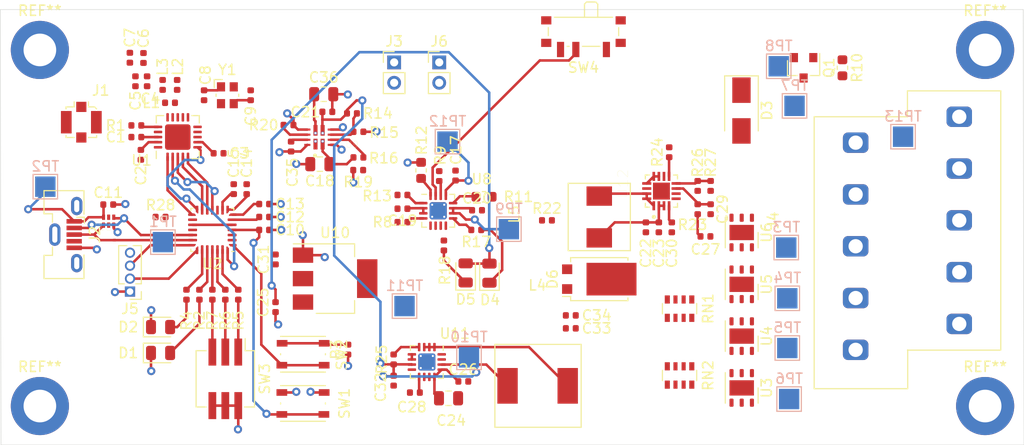
<source format=kicad_pcb>
(kicad_pcb (version 20200518) (host pcbnew "(5.99.0-1836-gb06a45455)")
  (layers (0 "F.Cu" signal) (1 "3.3V" power) (2 "GND" power) (31 "B.Cu" mixed) (34 "B.Paste" user) (35 "F.Paste" user) (36 "B.SilkS" user) (37 "F.SilkS" user) (38 "B.Mask" user) (39 "F.Mask" user) (44 "Edge.Cuts" user))
  (net 0 "")
  (net 1 "GND")
  (net 2 "Net-(U12-Pad10)")
  (net 3 "Net-(R24-Pad1)")
  (net 4 "Net-(C30-Pad1)")
  (net 5 "S_NODE_COMBINED_POWER")
  (net 6 "Net-(D6-Pad2)")
  (net 7 "Net-(U12-Pad14)")
  (net 8 "Net-(R26-Pad2)")
  (net 9 "Net-(C29-Pad1)")
  (net 10 "Net-(TP1-Pad1)")
  (net 11 "S_NODE_USB_POWER")
  (net 12 "ADC_3_IN")
  (net 13 "ADC_2_IN")
  (net 14 "ADC_1_IN")
  (net 15 "ADC_0_IN")
  (net 16 "S_NODE_SOLAR_INPUT")
  (net 17 "S_NODE_SOLAR_OUTPUT")
  (net 18 "S_NODE_5V_SOLAR")
  (net 19 "S_NODE_12V")
  (net 20 "S_NODE_P_MUX_OUT")
  (net 21 "+3V3")
  (net 22 "Net-(C35-Pad1)")
  (net 23 "Net-(R20-Pad1)")
  (net 24 "S_NODE_POWERMUX_OV1")
  (net 25 "S_NODE_POWERMUX_OV2")
  (net 26 "S_NODE_USB_DM")
  (net 27 "S_NODE_USB_SHIELD")
  (net 28 "Net-(U13-PadIO2)")
  (net 29 "S_NODE_USB_DP")
  (net 30 "ADC_3")
  (net 31 "ADC_1")
  (net 32 "ADC_2")
  (net 33 "ADC_0")
  (net 34 "Net-(D3-Pad2)")
  (net 35 "Net-(R11-Pad2)")
  (net 36 "Net-(R12-Pad2)")
  (net 37 "ID_BIT_1")
  (net 38 "Net-(R6-Pad1)")
  (net 39 "Net-(R18-Pad2)")
  (net 40 "Net-(D5-Pad1)")
  (net 41 "Net-(R17-Pad2)")
  (net 42 "Net-(D4-Pad1)")
  (net 43 "Net-(R1-Pad1)")
  (net 44 "Net-(D1-Pad2)")
  (net 45 "Net-(R2-Pad1)")
  (net 46 "Net-(R3-Pad2)")
  (net 47 "Net-(D2-Pad2)")
  (net 48 "Net-(R4-Pad1)")
  (net 49 "ID_BIT_0")
  (net 50 "Net-(R5-Pad1)")
  (net 51 "THERMISTOR")
  (net 52 "Net-(R9-Pad2)")
  (net 53 "Net-(R8-Pad2)")
  (net 54 "ID_BIT_2")
  (net 55 "Net-(R7-Pad1)")
  (net 56 "Net-(R22-Pad2)")
  (net 57 "Net-(C27-Pad1)")
  (net 58 "Net-(R25-Pad2)")
  (net 59 "Net-(C28-Pad1)")
  (net 60 "Net-(L4-Pad2)")
  (net 61 "SYSOFF")
  (net 62 "S_NODE_VBAT")
  (net 63 "S_NODE_SS")
  (net 64 "S_NODE_SWCLK")
  (net 65 "S_NODE_SWDIO")
  (net 66 "S_NODE_CE")
  (net 67 "S_NODE_IRQ")
  (net 68 "S_NODE_MOSI")
  (net 69 "S_NODE_MISO")
  (net 70 "S_NODE_SCK")
  (net 71 "Net-(U2-Pad10)")
  (net 72 "S_NODE_NRST")
  (net 73 "Net-(U2-Pad3)")
  (net 74 "Net-(U2-Pad2)")
  (net 75 "Net-(SW2-Pad1)")
  (net 76 "Net-(C2-Pad1)")
  (net 77 "ANT2")
  (net 78 "ANT1")
  (net 79 "VDD_PA")
  (net 80 "XC1")
  (net 81 "XC2")
  (net 82 "Net-(J4-Pad1)")
  (net 83 "Net-(J4-Pad3)")
  (net 84 "Net-(J4-Pad5)")
  (net 85 "Net-(J4-Pad7)")
  (net 86 "Net-(C6-Pad1)")
  (net 87 "Net-(J2-Pad4)")
  (net 88 "Net-(C6-Pad2)")
  (module "TPS2121RUXR:IC_TPS2121RUXR" (layer "F.Cu") (at 69.2912 67.6148 90)
    (fp_text reference "U9" (at -0.7112 3.2258 180) (layer "F.SilkS") (effects (font (size 0.64 0.64) (thickness 0.015))))
    (fp_text value "TPS2121RUXR")
    (pad "8_1" thru_hole circle (at 0.4 -0.35 90) (size 0.3 0.3) (drill 0.2) (layers *.Cu))
    (pad "7_1" thru_hole circle (at 0.4 0.35 90) (size 0.3 0.3) (drill 0.2) (layers *.Cu))
    (pad "2_1" thru_hole circle (at -0.4 0.35 90) (size 0.3 0.3) (drill 0.2) (layers *.Cu))
    (pad "1_1" thru_hole circle (at -0.4 -0.35 90) (size 0.3 0.3) (drill 0.2) (layers *.Cu))
    (pad "12" smd rect (at -0.75 -1.15 90) (size 0.2 0.6) (layers "F.Cu" "F.Paste") (net 1 "GND"))
    (pad "11" smd rect (at -0.25 -1.15 90) (size 0.2 0.6) (layers "F.Cu" "F.Paste") (net 22 "Net-(C35-Pad1)"))
    (pad "10" smd rect (at 0.25 -1.15 90) (size 0.2 0.6) (layers "F.Cu" "F.Paste") (net 23 "Net-(R20-Pad1)"))
    (pad "9" smd rect (at 0.75 -1.15 90) (size 0.2 0.6) (layers "F.Cu" "F.Paste") (net 1 "GND"))
    (pad "8" smd rect (at 0.675 -0.35 90) (size 1.05 0.4) (layers "F.Cu" "F.Paste") (net 20 "S_NODE_P_MUX_OUT"))
    (pad "7" smd rect (at 0.675 0.35 90) (size 1.05 0.4) (layers "F.Cu" "F.Paste") (net 18 "S_NODE_5V_SOLAR"))
    (pad "6" smd rect (at 0.75 1.15 90) (size 0.2 0.6) (layers "F.Cu" "F.Paste") (net 1 "GND"))
    (pad "5" smd rect (at 0.25 1.15 90) (size 0.2 0.6) (layers "F.Cu" "F.Paste") (net 24 "S_NODE_POWERMUX_OV1"))
    (pad "4" smd rect (at -0.25 1.15 90) (size 0.2 0.6) (layers "F.Cu" "F.Paste") (net 25 "S_NODE_POWERMUX_OV2"))
    (pad "3" smd rect (at -0.75 1.15 90) (size 0.2 0.6) (layers "F.Cu" "F.Paste") (net 1 "GND"))
    (pad "2" smd rect (at -0.675 0.35 90) (size 1.05 0.4) (layers "F.Cu" "F.Paste") (net 11 "S_NODE_USB_POWER"))
    (pad "1" smd rect (at -0.675 -0.35 90) (size 1.05 0.4) (layers "F.Cu" "F.Paste") (net 20 "S_NODE_P_MUX_OUT"))
  )
  (module "MountingHole:MountingHole_3.2mm_M3_ISO7380_Pad" (layer "F.Cu") (at 41.91 59.055)
    (fp_text reference "REF**" (at 0 -3.85) (layer "F.SilkS"))
    (fp_text value "MountingHole_3.2mm_M3_ISO7380_Pad")
    (pad "1" thru_hole circle (at 0 0) (size 5.7 5.7) (drill 3.2) (layers *.Cu *.Mask))
  )
  (module "MountingHole:MountingHole_3.2mm_M3_ISO7380_Pad" (layer "F.Cu") (at 41.91 93.98)
    (fp_text reference "REF**" (at 0 -3.85) (layer "F.SilkS"))
    (fp_text value "MountingHole_3.2mm_M3_ISO7380_Pad")
    (pad "1" thru_hole circle (at 0 0) (size 5.7 5.7) (drill 3.2) (layers *.Cu *.Mask))
  )
  (module "MountingHole:MountingHole_3.2mm_M3_ISO7380_Pad" (layer "F.Cu") (at 134.62 93.98)
    (fp_text reference "REF**" (at 0 -3.85) (layer "F.SilkS"))
    (fp_text value "MountingHole_3.2mm_M3_ISO7380_Pad")
    (pad "1" thru_hole circle (at 0 0) (size 5.7 5.7) (drill 3.2) (layers *.Cu *.Mask))
  )
  (module "MountingHole:MountingHole_3.2mm_M3_ISO7380_Pad" (layer "F.Cu") (at 134.62 59.055)
    (fp_text reference "REF**" (at 0 -3.85) (layer "F.SilkS"))
    (fp_text value "MountingHole_3.2mm_M3_ISO7380_Pad")
    (pad "1" thru_hole circle (at 0 0) (size 5.7 5.7) (drill 3.2) (layers *.Cu *.Mask))
  )
  (module "Connector_PinHeader_1.27mm:PinHeader_1x04_P1.27mm_Vertical" (layer "F.Cu") (at 50.7492 82.7532 180)
    (fp_text reference "J5" (at 0 -1.695) (layer "F.SilkS"))
    (fp_text value "Conn_01x04_Male")
    (pad "4" thru_hole oval (at 0 3.81 180) (size 1 1) (drill 0.65) (layers *.Cu *.Mask) (net 21 "+3V3"))
    (pad "3" thru_hole oval (at 0 2.54 180) (size 1 1) (drill 0.65) (layers *.Cu *.Mask) (net 65 "S_NODE_SWDIO"))
    (pad "2" thru_hole oval (at 0 1.27 180) (size 1 1) (drill 0.65) (layers *.Cu *.Mask) (net 64 "S_NODE_SWCLK"))
    (pad "1" thru_hole rect (at 0 0 180) (size 1 1) (drill 0.65) (layers *.Cu *.Mask) (net 1 "GND"))
  )
  (module "Button_Switch_SMD:SW_DIP_SPSTx03_Slide_KingTek_DSHP03TJ_W5.25mm_P1.27mm_JPin" (layer "F.Cu") (at 60.0964 91.313 -90)
    (fp_text reference "SW3" (at 0 -3.865 90) (layer "F.SilkS"))
    (fp_text value "SW_DIP_x03")
    (pad "6" smd rect (at 2.625 -1.27 270) (size 2.65 0.76) (layers "F.Cu" "F.Paste" "F.Mask") (net 1 "GND"))
    (pad "3" smd rect (at -2.625 1.27 270) (size 2.65 0.76) (layers "F.Cu" "F.Paste" "F.Mask") (net 55 "Net-(R7-Pad1)"))
    (pad "5" smd rect (at 2.625 0 270) (size 2.65 0.76) (layers "F.Cu" "F.Paste" "F.Mask") (net 1 "GND"))
    (pad "2" smd rect (at -2.625 0 270) (size 2.65 0.76) (layers "F.Cu" "F.Paste" "F.Mask") (net 38 "Net-(R6-Pad1)"))
    (pad "4" smd rect (at 2.625 1.27 270) (size 2.65 0.76) (layers "F.Cu" "F.Paste" "F.Mask") (net 1 "GND"))
    (pad "1" smd rect (at -2.625 -1.27 270) (size 2.65 0.76) (layers "F.Cu" "F.Paste" "F.Mask") (net 50 "Net-(R5-Pad1)"))
  )
  (module "Button_Switch_SMD:SW_Push_1P1T_NO_Vertical_Wuerth_434133025816" (layer "F.Cu") (at 67.7164 93.726)
    (fp_text reference "SW1" (at 4.064 0 270) (layer "F.SilkS"))
    (fp_text value "Reset")
    (pad "2" smd rect (at 2.05 1.075) (size 1.05 0.65) (layers "F.Cu" "F.Paste" "F.Mask") (net 72 "S_NODE_NRST"))
    (pad "1" smd rect (at 2.075 -1.075) (size 1.05 0.65) (layers "F.Cu" "F.Paste" "F.Mask") (net 1 "GND"))
    (pad "2" smd rect (at -2.075 1.075) (size 1.05 0.65) (layers "F.Cu" "F.Paste" "F.Mask") (net 72 "S_NODE_NRST"))
    (pad "1" smd rect (at -2.075 -1.075) (size 1.05 0.65) (layers "F.Cu" "F.Paste" "F.Mask") (net 1 "GND"))
  )
  (module "Button_Switch_SMD:SW_Push_1P1T_NO_Vertical_Wuerth_434133025816" (layer "F.Cu") (at 67.7164 88.9 180)
    (fp_text reference "SW2" (at -3.81 -0.05 270) (layer "F.SilkS"))
    (fp_text value "BTN 1")
    (pad "2" smd rect (at 2.05 1.075 180) (size 1.05 0.65) (layers "F.Cu" "F.Paste" "F.Mask") (net 46 "Net-(R3-Pad2)"))
    (pad "1" smd rect (at 2.075 -1.075 180) (size 1.05 0.65) (layers "F.Cu" "F.Paste" "F.Mask") (net 75 "Net-(SW2-Pad1)"))
    (pad "2" smd rect (at -2.075 1.075 180) (size 1.05 0.65) (layers "F.Cu" "F.Paste" "F.Mask") (net 46 "Net-(R3-Pad2)"))
    (pad "1" smd rect (at -2.075 -1.075 180) (size 1.05 0.65) (layers "F.Cu" "F.Paste" "F.Mask") (net 75 "Net-(SW2-Pad1)"))
  )
  (module "Button_Switch_SMD:SW_SPDT_PCM12" (layer "F.Cu") (at 95.2246 57.5818 180)
    (fp_text reference "SW4" (at 0 -3.2) (layer "F.SilkS"))
    (fp_text value "POWER")
    (pad "" smd rect (at -3.65 -0.78 180) (size 1 0.8) (layers "F.Cu" "F.Paste" "F.Mask"))
    (pad "" smd rect (at 3.65 -0.78 180) (size 1 0.8) (layers "F.Cu" "F.Paste" "F.Mask"))
    (pad "" smd rect (at 3.65 1.43 180) (size 1 0.8) (layers "F.Cu" "F.Paste" "F.Mask"))
    (pad "" smd rect (at -3.65 1.43 180) (size 1 0.8) (layers "F.Cu" "F.Paste" "F.Mask"))
    (pad "3" smd rect (at 2.25 -1.43 180) (size 0.7 1.5) (layers "F.Cu" "F.Paste" "F.Mask") (net 1 "GND"))
    (pad "2" smd rect (at 0.75 -1.43 180) (size 0.7 1.5) (layers "F.Cu" "F.Paste" "F.Mask") (net 61 "SYSOFF"))
    (pad "1" smd rect (at -2.25 -1.43 180) (size 0.7 1.5) (layers "F.Cu" "F.Paste" "F.Mask") (net 56 "Net-(R22-Pad2)"))
    (pad "" np_thru_hole circle (at 1.5 0.33 180) (size 0.9 0.9) (drill 0.9) (layers *.Cu *.Mask))
    (pad "" np_thru_hole circle (at -1.5 0.33 180) (size 0.9 0.9) (drill 0.9) (layers *.Cu *.Mask))
  )
  (module "Capacitor_SMD:C_0402_1005Metric" (layer "F.Cu") (at 84.7852 74.7776)
    (fp_text reference "C20" (at 0 -1.17) (layer "F.SilkS"))
    (fp_text value "4.7u")
    (pad "2" smd roundrect (at 0.485 0) (size 0.59 0.64) (layers "F.Cu" "F.Paste" "F.Mask") (net 1 "GND"))
    (pad "1" smd roundrect (at -0.485 0) (size 0.59 0.64) (layers "F.Cu" "F.Paste" "F.Mask") (net 5 "S_NODE_COMBINED_POWER"))
  )
  (module "Capacitor_SMD:C_0402_1005Metric" (layer "F.Cu") (at 101.346 76.454 -90)
    (fp_text reference "C22" (at 2.54 0 90) (layer "F.SilkS"))
    (fp_text value "47u")
    (pad "2" smd roundrect (at 0.485 0 270) (size 0.59 0.64) (layers "F.Cu" "F.Paste" "F.Mask") (net 1 "GND"))
    (pad "1" smd roundrect (at -0.485 0 270) (size 0.59 0.64) (layers "F.Cu" "F.Paste" "F.Mask") (net 5 "S_NODE_COMBINED_POWER"))
  )
  (module "Capacitor_SMD:C_0402_1005Metric" (layer "F.Cu") (at 102.616 76.454 -90)
    (fp_text reference "C23" (at 2.54 0 90) (layer "F.SilkS"))
    (fp_text value "100n")
    (pad "2" smd roundrect (at 0.485 0 270) (size 0.59 0.64) (layers "F.Cu" "F.Paste" "F.Mask") (net 1 "GND"))
    (pad "1" smd roundrect (at -0.485 0 270) (size 0.59 0.64) (layers "F.Cu" "F.Paste" "F.Mask") (net 5 "S_NODE_COMBINED_POWER"))
  )
  (module "Capacitor_SMD:C_0402_1005Metric" (layer "F.Cu") (at 65.024 84.2772 -90)
    (fp_text reference "C25" (at -0.4572 1.2192 90) (layer "F.SilkS"))
    (fp_text value "10u")
    (pad "2" smd roundrect (at 0.485 0 270) (size 0.59 0.64) (layers "F.Cu" "F.Paste" "F.Mask") (net 1 "GND"))
    (pad "1" smd roundrect (at -0.485 0 270) (size 0.59 0.64) (layers "F.Cu" "F.Paste" "F.Mask") (net 5 "S_NODE_COMBINED_POWER"))
  )
  (module "Capacitor_SMD:C_0402_1005Metric" (layer "F.Cu") (at 83.439 91.567)
    (fp_text reference "C26" (at 0 -1.17) (layer "F.SilkS"))
    (fp_text value "100n")
    (pad "2" smd roundrect (at 0.485 0) (size 0.59 0.64) (layers "F.Cu" "F.Paste" "F.Mask") (net 1 "GND"))
    (pad "1" smd roundrect (at -0.485 0) (size 0.59 0.64) (layers "F.Cu" "F.Paste" "F.Mask") (net 17 "S_NODE_SOLAR_OUTPUT"))
  )
  (module "Capacitor_SMD:C_0402_1005Metric" (layer "F.Cu") (at 107.188 77.343)
    (fp_text reference "C27" (at 0 1.27) (layer "F.SilkS"))
    (fp_text value "150n")
    (pad "2" smd roundrect (at 0.485 0) (size 0.59 0.64) (layers "F.Cu" "F.Paste" "F.Mask") (net 1 "GND"))
    (pad "1" smd roundrect (at -0.485 0) (size 0.59 0.64) (layers "F.Cu" "F.Paste" "F.Mask") (net 57 "Net-(C27-Pad1)"))
  )
  (module "Capacitor_SMD:C_0402_1005Metric" (layer "F.Cu") (at 78.6892 92.6592 180)
    (fp_text reference "C28" (at 0.3048 -1.4224) (layer "F.SilkS"))
    (fp_text value "620p")
    (pad "2" smd roundrect (at 0.485 0 180) (size 0.59 0.64) (layers "F.Cu" "F.Paste" "F.Mask") (net 1 "GND"))
    (pad "1" smd roundrect (at -0.485 0 180) (size 0.59 0.64) (layers "F.Cu" "F.Paste" "F.Mask") (net 59 "Net-(C28-Pad1)"))
  )
  (module "Capacitor_SMD:C_0402_1005Metric" (layer "F.Cu") (at 107.696 74.676 -90)
    (fp_text reference "C29" (at 0 -1.17 90) (layer "F.SilkS"))
    (fp_text value "2.2n")
    (pad "2" smd roundrect (at 0.485 0 270) (size 0.59 0.64) (layers "F.Cu" "F.Paste" "F.Mask") (net 1 "GND"))
    (pad "1" smd roundrect (at -0.485 0 270) (size 0.59 0.64) (layers "F.Cu" "F.Paste" "F.Mask") (net 9 "Net-(C29-Pad1)"))
  )
  (module "Capacitor_SMD:C_0402_1005Metric" (layer "F.Cu") (at 103.886 76.454 -90)
    (fp_text reference "C30" (at 2.54 0 -90) (layer "F.SilkS"))
    (fp_text value "33n")
    (pad "2" smd roundrect (at 0.485 0 270) (size 0.59 0.64) (layers "F.Cu" "F.Paste" "F.Mask") (net 1 "GND"))
    (pad "1" smd roundrect (at -0.485 0 270) (size 0.59 0.64) (layers "F.Cu" "F.Paste" "F.Mask") (net 4 "Net-(C30-Pad1)"))
  )
  (module "Capacitor_SMD:C_0402_1005Metric" (layer "F.Cu") (at 65.024 79.6036 90)
    (fp_text reference "C31" (at 0 -1.17 90) (layer "F.SilkS"))
    (fp_text value "22u")
    (pad "2" smd roundrect (at 0.485 0 90) (size 0.59 0.64) (layers "F.Cu" "F.Paste" "F.Mask") (net 1 "GND"))
    (pad "1" smd roundrect (at -0.485 0 90) (size 0.59 0.64) (layers "F.Cu" "F.Paste" "F.Mask") (net 21 "+3V3"))
  )
  (module "Capacitor_SMD:C_0402_1005Metric" (layer "F.Cu") (at 76.6064 91.4908 -90)
    (fp_text reference "C32" (at 0.6604 1.27 90) (layer "F.SilkS"))
    (fp_text value "22u")
    (pad "2" smd roundrect (at 0.485 0 270) (size 0.59 0.64) (layers "F.Cu" "F.Paste" "F.Mask") (net 1 "GND"))
    (pad "1" smd roundrect (at -0.485 0 270) (size 0.59 0.64) (layers "F.Cu" "F.Paste" "F.Mask") (net 18 "S_NODE_5V_SOLAR"))
  )
  (module "Capacitor_SMD:C_0402_1005Metric" (layer "F.Cu") (at 93.98 86.36)
    (fp_text reference "C33" (at 2.54 0) (layer "F.SilkS"))
    (fp_text value "10u")
    (pad "2" smd roundrect (at 0.485 0) (size 0.59 0.64) (layers "F.Cu" "F.Paste" "F.Mask") (net 1 "GND"))
    (pad "1" smd roundrect (at -0.485 0) (size 0.59 0.64) (layers "F.Cu" "F.Paste" "F.Mask") (net 19 "S_NODE_12V"))
  )
  (module "Capacitor_SMD:C_0402_1005Metric" (layer "F.Cu") (at 93.98 85.09)
    (fp_text reference "C34" (at 2.54 0) (layer "F.SilkS"))
    (fp_text value "1u")
    (pad "2" smd roundrect (at 0.485 0) (size 0.59 0.64) (layers "F.Cu" "F.Paste" "F.Mask") (net 1 "GND"))
    (pad "1" smd roundrect (at -0.485 0) (size 0.59 0.64) (layers "F.Cu" "F.Paste" "F.Mask") (net 19 "S_NODE_12V"))
  )
  (module "Capacitor_SMD:C_0402_1005Metric" (layer "F.Cu") (at 66.548 68.5292 -90)
    (fp_text reference "C35" (at 2.54 -0.127 90) (layer "F.SilkS"))
    (fp_text value "10n")
    (pad "2" smd roundrect (at 0.485 0 270) (size 0.59 0.64) (layers "F.Cu" "F.Paste" "F.Mask") (net 1 "GND"))
    (pad "1" smd roundrect (at -0.485 0 270) (size 0.59 0.64) (layers "F.Cu" "F.Paste" "F.Mask") (net 22 "Net-(C35-Pad1)"))
  )
  (module "Capacitor_SMD:C_0402_1005Metric" (layer "F.Cu") (at 70.104 65.1256)
    (fp_text reference "C21" (at -2.159 0.0254) (layer "F.SilkS"))
    (fp_text value "10u")
    (pad "2" smd roundrect (at 0.485 0) (size 0.59 0.64) (layers "F.Cu" "F.Paste" "F.Mask") (net 1 "GND"))
    (pad "1" smd roundrect (at -0.485 0) (size 0.59 0.64) (layers "F.Cu" "F.Paste" "F.Mask") (net 18 "S_NODE_5V_SOLAR"))
  )
  (module "Capacitor_SMD:C_0402_1005Metric" (layer "F.Cu") (at 51.816 69.342 -90)
    (fp_text reference "C2" (at 2.032 0 90) (layer "F.SilkS"))
    (fp_text value "33n")
    (pad "2" smd roundrect (at 0.485 0 270) (size 0.59 0.64) (layers "F.Cu" "F.Paste" "F.Mask") (net 1 "GND"))
    (pad "1" smd roundrect (at -0.485 0 270) (size 0.59 0.64) (layers "F.Cu" "F.Paste" "F.Mask") (net 76 "Net-(C2-Pad1)"))
  )
  (module "Capacitor_SMD:C_0402_1005Metric" (layer "F.Cu") (at 59.436 69.1896)
    (fp_text reference "C3" (at 2.032 0) (layer "F.SilkS"))
    (fp_text value "10n")
    (pad "2" smd roundrect (at 0.485 0) (size 0.59 0.64) (layers "F.Cu" "F.Paste" "F.Mask") (net 1 "GND"))
    (pad "1" smd roundrect (at -0.485 0) (size 0.59 0.64) (layers "F.Cu" "F.Paste" "F.Mask") (net 21 "+3V3"))
  )
  (module "Capacitor_SMD:C_0402_1005Metric" (layer "F.Cu") (at 52.4256 62.1284 90)
    (fp_text reference "C4" (at -1.7145 0.3175 180) (layer "F.SilkS"))
    (fp_text value "4.7p")
    (pad "2" smd roundrect (at 0.485 0 90) (size 0.59 0.64) (layers "F.Cu" "F.Paste" "F.Mask") (net 1 "GND"))
    (pad "1" smd roundrect (at -0.485 0 90) (size 0.59 0.64) (layers "F.Cu" "F.Paste" "F.Mask") (net 79 "VDD_PA"))
  )
  (module "Capacitor_SMD:C_0402_1005Metric" (layer "F.Cu") (at 51.2826 62.1284 90)
    (fp_text reference "C5" (at -1.905 0 90) (layer "F.SilkS"))
    (fp_text value "2.2p")
    (pad "2" smd roundrect (at 0.485 0 90) (size 0.59 0.64) (layers "F.Cu" "F.Paste" "F.Mask") (net 1 "GND"))
    (pad "1" smd roundrect (at -0.485 0 90) (size 0.59 0.64) (layers "F.Cu" "F.Paste" "F.Mask") (net 79 "VDD_PA"))
  )
  (module "Capacitor_SMD:C_0402_1005Metric" (layer "F.Cu") (at 52.07 59.8424 -90)
    (fp_text reference "C6" (at -1.928 0 90) (layer "F.SilkS"))
    (fp_text value "1.5p")
    (pad "1" smd roundrect (at -0.485 0 270) (size 0.59 0.64) (layers "F.Cu" "F.Paste" "F.Mask") (net 86 "Net-(C6-Pad1)"))
    (pad "2" smd roundrect (at 0.485 0 270) (size 0.59 0.64) (layers "F.Cu" "F.Paste" "F.Mask") (net 88 "Net-(C6-Pad2)"))
  )
  (module "Capacitor_SMD:C_0402_1005Metric" (layer "F.Cu") (at 50.7365 59.8194 90)
    (fp_text reference "C7" (at 1.9685 0 90) (layer "F.SilkS"))
    (fp_text value "1p")
    (pad "1" smd roundrect (at -0.485 0 90) (size 0.59 0.64) (layers "F.Cu" "F.Paste" "F.Mask") (net 88 "Net-(C6-Pad2)"))
    (pad "2" smd roundrect (at 0.485 0 90) (size 0.59 0.64) (layers "F.Cu" "F.Paste" "F.Mask") (net 1 "GND"))
  )
  (module "Capacitor_SMD:C_0402_1005Metric" (layer "F.Cu") (at 58.0136 63.5 -90)
    (fp_text reference "C8" (at -1.968 -0.137 90) (layer "F.SilkS"))
    (fp_text value "33n")
    (pad "2" smd roundrect (at 0.485 0 270) (size 0.59 0.64) (layers "F.Cu" "F.Paste" "F.Mask") (net 1 "GND"))
    (pad "1" smd roundrect (at -0.485 0 270) (size 0.59 0.64) (layers "F.Cu" "F.Paste" "F.Mask") (net 80 "XC1"))
  )
  (module "Capacitor_SMD:C_0402_1005Metric" (layer "F.Cu") (at 62.5856 63.5 90)
    (fp_text reference "C9" (at -2.032 0 90) (layer "F.SilkS"))
    (fp_text value "33n")
    (pad "2" smd roundrect (at 0.485 0 90) (size 0.59 0.64) (layers "F.Cu" "F.Paste" "F.Mask") (net 1 "GND"))
    (pad "1" smd roundrect (at -0.485 0 90) (size 0.59 0.64) (layers "F.Cu" "F.Paste" "F.Mask") (net 81 "XC2"))
  )
  (module "Capacitor_SMD:C_0402_1005Metric" (layer "F.Cu") (at 63.9064 76.708)
    (fp_text reference "C10" (at 2.54 0) (layer "F.SilkS"))
    (fp_text value "0.1u")
    (pad "2" smd roundrect (at 0.485 0) (size 0.59 0.64) (layers "F.Cu" "F.Paste" "F.Mask") (net 1 "GND"))
    (pad "1" smd roundrect (at -0.485 0) (size 0.59 0.64) (layers "F.Cu" "F.Paste" "F.Mask") (net 72 "S_NODE_NRST"))
  )
  (module "Capacitor_SMD:C_0402_1005Metric" (layer "F.Cu") (at 48.6156 74.2188)
    (fp_text reference "C11" (at 0 -1.17) (layer "F.SilkS"))
    (fp_text value "100n")
    (pad "2" smd roundrect (at 0.485 0) (size 0.59 0.64) (layers "F.Cu" "F.Paste" "F.Mask") (net 1 "GND"))
    (pad "1" smd roundrect (at -0.485 0) (size 0.59 0.64) (layers "F.Cu" "F.Paste" "F.Mask") (net 11 "S_NODE_USB_POWER"))
  )
  (module "Capacitor_SMD:C_0402_1005Metric" (layer "F.Cu") (at 63.9064 75.438)
    (fp_text reference "C12" (at 2.54 0) (layer "F.SilkS"))
    (fp_text value "100n")
    (pad "2" smd roundrect (at 0.485 0) (size 0.59 0.64) (layers "F.Cu" "F.Paste" "F.Mask") (net 1 "GND"))
    (pad "1" smd roundrect (at -0.485 0) (size 0.59 0.64) (layers "F.Cu" "F.Paste" "F.Mask") (net 33 "ADC_0"))
  )
  (module "Capacitor_SMD:C_0402_1005Metric" (layer "F.Cu") (at 63.9064 74.168)
    (fp_text reference "C13" (at 2.54 0) (layer "F.SilkS"))
    (fp_text value "100n")
    (pad "2" smd roundrect (at 0.485 0) (size 0.59 0.64) (layers "F.Cu" "F.Paste" "F.Mask") (net 1 "GND"))
    (pad "1" smd roundrect (at -0.485 0) (size 0.59 0.64) (layers "F.Cu" "F.Paste" "F.Mask") (net 31 "ADC_1"))
  )
  (module "Capacitor_SMD:C_0402_1005Metric" (layer "F.Cu") (at 62.1919 72.7075 90)
    (fp_text reference "C14" (at 2.54 0 90) (layer "F.SilkS"))
    (fp_text value "100n")
    (pad "2" smd roundrect (at 0.485 0 90) (size 0.59 0.64) (layers "F.Cu" "F.Paste" "F.Mask") (net 1 "GND"))
    (pad "1" smd roundrect (at -0.485 0 90) (size 0.59 0.64) (layers "F.Cu" "F.Paste" "F.Mask") (net 32 "ADC_2"))
  )
  (module "Capacitor_SMD:C_0402_1005Metric" (layer "F.Cu") (at 60.9219 72.7075 90)
    (fp_text reference "C15" (at 2.54 0 90) (layer "F.SilkS"))
    (fp_text value "100n")
    (pad "2" smd roundrect (at 0.485 0 90) (size 0.59 0.64) (layers "F.Cu" "F.Paste" "F.Mask") (net 1 "GND"))
    (pad "1" smd roundrect (at -0.485 0 90) (size 0.59 0.64) (layers "F.Cu" "F.Paste" "F.Mask") (net 30 "ADC_3"))
  )
  (module "Capacitor_SMD:C_0402_1005Metric" (layer "F.Cu") (at 82.677 71.374 90)
    (fp_text reference "C17" (at 2.4892 0.0508 90) (layer "F.SilkS"))
    (fp_text value "1u")
    (pad "2" smd roundrect (at 0.485 0 90) (size 0.59 0.64) (layers "F.Cu" "F.Paste" "F.Mask") (net 1 "GND"))
    (pad "1" smd roundrect (at -0.485 0 90) (size 0.59 0.64) (layers "F.Cu" "F.Paste" "F.Mask") (net 20 "S_NODE_P_MUX_OUT"))
  )
  (module "Capacitor_SMD:C_0402_1005Metric" (layer "F.Cu") (at 51.3715 67.6021 180)
    (fp_text reference "C1" (at 2.032 0) (layer "F.SilkS"))
    (fp_text value "1n")
    (pad "2" smd roundrect (at 0.485 0 180) (size 0.59 0.64) (layers "F.Cu" "F.Paste" "F.Mask") (net 1 "GND"))
    (pad "1" smd roundrect (at -0.485 0 180) (size 0.59 0.64) (layers "F.Cu" "F.Paste" "F.Mask") (net 21 "+3V3"))
  )
  (module "Capacitor_SMD:C_0402_1005Metric" (layer "F.Cu") (at 77.47 74.6252 180)
    (fp_text reference "C19" (at 0 -1.17) (layer "F.SilkS"))
    (fp_text value "4.7u")
    (pad "2" smd roundrect (at 0.485 0 180) (size 0.59 0.64) (layers "F.Cu" "F.Paste" "F.Mask") (net 1 "GND"))
    (pad "1" smd roundrect (at -0.485 0 180) (size 0.59 0.64) (layers "F.Cu" "F.Paste" "F.Mask") (net 62 "S_NODE_VBAT"))
  )
  (module "Capacitor_SMD:C_0805_2012Metric" (layer "F.Cu") (at 81.9912 93.218)
    (fp_text reference "C24" (at 0.254 2.1844) (layer "F.SilkS"))
    (fp_text value "10u")
    (pad "2" smd roundrect (at 0.9375 0) (size 0.975 1.4) (layers "F.Cu" "F.Paste" "F.Mask") (net 1 "GND"))
    (pad "1" smd roundrect (at -0.9375 0) (size 0.975 1.4) (layers "F.Cu" "F.Paste" "F.Mask") (net 17 "S_NODE_SOLAR_OUTPUT"))
  )
  (module "Capacitor_SMD:C_0805_2012Metric" (layer "F.Cu") (at 69.3674 70.2564 180)
    (fp_text reference "C18" (at 0 -1.65) (layer "F.SilkS"))
    (fp_text value "10u")
    (pad "2" smd roundrect (at 0.9375 0 180) (size 0.975 1.4) (layers "F.Cu" "F.Paste" "F.Mask") (net 1 "GND"))
    (pad "1" smd roundrect (at -0.9375 0 180) (size 0.975 1.4) (layers "F.Cu" "F.Paste" "F.Mask") (net 11 "S_NODE_USB_POWER"))
  )
  (module "Capacitor_SMD:C_0805_2012Metric" (layer "F.Cu") (at 69.7484 63.3984)
    (fp_text reference "C36" (at 0 -1.65) (layer "F.SilkS"))
    (fp_text value "4.7u")
    (pad "2" smd roundrect (at 0.9375 0) (size 0.975 1.4) (layers "F.Cu" "F.Paste" "F.Mask") (net 1 "GND"))
    (pad "1" smd roundrect (at -0.9375 0) (size 0.975 1.4) (layers "F.Cu" "F.Paste" "F.Mask") (net 20 "S_NODE_P_MUX_OUT"))
  )
  (module "Connector_Coaxial:U.FL_Molex_MCRF_73412-0110_Vertical" (layer "F.Cu") (at 45.974 66.1416 180)
    (fp_text reference "J1" (at -1.905 3.1115) (layer "F.SilkS"))
    (fp_text value "MOLEX 733910083 ")
    (pad "1" smd rect (at 0 1.5 180) (size 1 1) (layers "F.Cu" "F.Paste" "F.Mask") (net 88 "Net-(C6-Pad2)"))
    (pad "2" smd rect (at 0 -1.5 180) (size 1 1) (layers "F.Cu" "F.Paste" "F.Mask") (net 1 "GND"))
    (pad "2" smd rect (at 1.475 0 180) (size 1.05 2.2) (layers "F.Cu" "F.Paste" "F.Mask") (net 1 "GND"))
    (pad "2" smd rect (at -1.475 0 180) (size 1.05 2.2) (layers "F.Cu" "F.Paste" "F.Mask") (net 1 "GND"))
  )
  (module "Connector_Phoenix_MSTB:Connector_Phoenix_MKKDSN" (layer "F.Cu") (at 134.62 75.7682 90)
    (fp_text reference "J4" (at 0 -20.78 90 unlocked) (layer "F.SilkS"))
    (fp_text value "Screw_Terminal_01x10")
    (pad "10" thru_hole roundrect (at 10.16 -2.54 90) (size 2 2.5) (drill 1.4) (layers *.Cu *.Mask) (net 1 "GND"))
    (pad "8" thru_hole roundrect (at 5.08 -2.54 90) (size 2 2.5) (drill 1.4) (layers *.Cu *.Mask) (net 19 "S_NODE_12V"))
    (pad "6" thru_hole roundrect (at 0 -2.54 90) (size 2 2.5) (drill 1.4) (layers *.Cu *.Mask) (net 19 "S_NODE_12V"))
    (pad "4" thru_hole roundrect (at -5.08 -2.54 90) (size 2 2.5) (drill 1.4) (layers *.Cu *.Mask) (net 19 "S_NODE_12V"))
    (pad "2" thru_hole roundrect (at -10.16 -2.54 90) (size 2 2.5) (drill 1.4) (layers *.Cu *.Mask) (net 19 "S_NODE_12V"))
    (pad "9" thru_hole roundrect (at 7.62 -12.7 90) (size 2 2.5) (drill 1.4) (layers *.Cu *.Mask) (net 16 "S_NODE_SOLAR_INPUT"))
    (pad "7" thru_hole roundrect (at 2.54 -12.7 90) (size 2 2.5) (drill 1.4) (layers *.Cu *.Mask) (net 85 "Net-(J4-Pad7)"))
    (pad "5" thru_hole roundrect (at -2.54 -12.7 90) (size 2 2.5) (drill 1.4) (layers *.Cu *.Mask) (net 84 "Net-(J4-Pad5)"))
    (pad "3" thru_hole roundrect (at -7.62 -12.7 90) (size 2 2.5) (drill 1.4) (layers *.Cu *.Mask) (net 83 "Net-(J4-Pad3)"))
    (pad "1" thru_hole roundrect (at -12.7 -12.7 90) (size 2 2.5) (drill 1.4) (layers *.Cu *.Mask) (net 82 "Net-(J4-Pad1)"))
  )
  (module "Connector_PinHeader_2.00mm:PinHeader_1x02_P2.00mm_Vertical" (layer "F.Cu") (at 81.0768 60.2742)
    (fp_text reference "J6" (at 0 -2.06) (layer "F.SilkS"))
    (fp_text value "Conn_01x02")
    (pad "2" thru_hole oval (at 0 2) (size 1.35 1.35) (drill 0.8) (layers *.Cu *.Mask) (net 1 "GND"))
    (pad "1" thru_hole rect (at 0 0) (size 1.35 1.35) (drill 0.8) (layers *.Cu *.Mask) (net 51 "THERMISTOR"))
  )
  (module "Connector_PinHeader_2.00mm:PinHeader_1x02_P2.00mm_Vertical" (layer "F.Cu") (at 76.6572 60.2742)
    (fp_text reference "J3" (at 0 -2.06) (layer "F.SilkS"))
    (fp_text value "Conn_01x02")
    (pad "2" thru_hole oval (at 0 2) (size 1.35 1.35) (drill 0.8) (layers *.Cu *.Mask) (net 1 "GND"))
    (pad "1" thru_hole rect (at 0 0) (size 1.35 1.35) (drill 0.8) (layers *.Cu *.Mask) (net 62 "S_NODE_VBAT"))
  )
  (module "Connector_USB:USB_Micro-B_Molex-105133-0031" (layer "F.Cu") (at 44.45 77.1652 -90)
    (fp_text reference "J2" (at 0 -2.85 90) (layer "F.SilkS"))
    (fp_text value "USB_B_Micro")
    (pad "6" thru_hole oval (at 0 1.075 270) (size 2.2 1.1) (drill oval 1.6 0.5) (layers *.Cu *.Mask) (net 27 "S_NODE_USB_SHIELD"))
    (pad "6" thru_hole oval (at 2.8 -1.075 270) (size 1.8 1.1) (drill oval 1.2 0.5) (layers *.Cu *.Mask) (net 27 "S_NODE_USB_SHIELD"))
    (pad "6" thru_hole oval (at -2.8 -1.075 270) (size 1.8 1.1) (drill oval 1.2 0.5) (layers *.Cu *.Mask) (net 27 "S_NODE_USB_SHIELD"))
    (pad "1" smd rect (at -1.3 -0.825 270) (size 0.45 1.5) (layers "F.Cu" "F.Paste" "F.Mask") (net 11 "S_NODE_USB_POWER"))
    (pad "5" smd rect (at 1.3 -0.825 270) (size 0.45 1.5) (layers "F.Cu" "F.Paste" "F.Mask") (net 1 "GND"))
    (pad "2" smd rect (at -0.65 -0.825 270) (size 0.45 1.5) (layers "F.Cu" "F.Paste" "F.Mask") (net 26 "S_NODE_USB_DM"))
    (pad "4" smd rect (at 0.65 -0.825 270) (size 0.45 1.5) (layers "F.Cu" "F.Paste" "F.Mask") (net 87 "Net-(J2-Pad4)"))
    (pad "3" smd rect (at 0 -0.825 270) (size 0.45 1.5) (layers "F.Cu" "F.Paste" "F.Mask") (net 29 "S_NODE_USB_DP"))
  )
  (module "Crystal:Crystal_SMD_Abracon_ABM10-4Pin_2.5x2.0mm" (layer "F.Cu") (at 60.2996 63.5)
    (fp_text reference "Y1" (at 0 -2.5) (layer "F.SilkS"))
    (fp_text value "16MHZ")
    (pad "4" smd rect (at 0.625 -0.825) (size 0.8 0.9) (layers "F.Cu" "F.Paste" "F.Mask") (net 1 "GND"))
    (pad "2" smd rect (at -0.625 0.825) (size 0.8 0.9) (layers "F.Cu" "F.Paste" "F.Mask") (net 1 "GND"))
    (pad "3" smd rect (at 0.625 0.825) (size 0.8 0.9) (layers "F.Cu" "F.Paste" "F.Mask") (net 81 "XC2"))
    (pad "1" smd rect (at -0.625 -0.825) (size 0.8 0.9) (layers "F.Cu" "F.Paste" "F.Mask") (net 80 "XC1"))
  )
  (module "Diode_SMD:D_SMA" (layer "F.Cu") (at 110.7186 64.9986 -90)
    (fp_text reference "D3" (at 0 -2.5 90) (layer "F.SilkS"))
    (fp_text value "SMAZ6V2")
    (pad "2" smd rect (at 2 0 270) (size 2.5 1.8) (layers "F.Cu" "F.Paste" "F.Mask") (net 34 "Net-(D3-Pad2)"))
    (pad "1" smd rect (at -2 0 270) (size 2.5 1.8) (layers "F.Cu" "F.Paste" "F.Mask") (net 17 "S_NODE_SOLAR_OUTPUT"))
  )
  (module "Inductor_SMD:Inductor_Sunlord_MWSA0603" (layer "F.Cu") (at 90.7288 91.9988)
    (fp_text reference "L4" (at -0.0254 -9.858 unlocked) (layer "F.SilkS"))
    (fp_text value "2.2u")
    (pad "2" smd rect (at 2.95 0) (size 2 3.5) (layers "F.Cu" "F.Paste" "F.Mask") (net 60 "Net-(L4-Pad2)"))
    (pad "1" smd rect (at -2.95 0) (size 2 3.5) (layers "F.Cu" "F.Paste" "F.Mask") (net 18 "S_NODE_5V_SOLAR"))
  )
  (module "Inductor_SMD:L_0402_1005Metric" (layer "F.Cu") (at 54.6735 64.2366 180)
    (fp_text reference "L1" (at 1.8415 0) (layer "F.SilkS"))
    (fp_text value "8.2n")
    (pad "2" smd roundrect (at 0.485 0 180) (size 0.59 0.64) (layers "F.Cu" "F.Paste" "F.Mask") (net 77 "ANT2"))
    (pad "1" smd roundrect (at -0.485 0 180) (size 0.59 0.64) (layers "F.Cu" "F.Paste" "F.Mask") (net 78 "ANT1"))
  )
  (module "Inductor_SMD:L_0402_1005Metric" (layer "F.Cu") (at 55.372 62.484 90)
    (fp_text reference "L2" (at 1.778 0.0635 90) (layer "F.SilkS"))
    (fp_text value "3.9n")
    (pad "2" smd roundrect (at 0.485 0 90) (size 0.59 0.64) (layers "F.Cu" "F.Paste" "F.Mask") (net 86 "Net-(C6-Pad1)"))
    (pad "1" smd roundrect (at -0.485 0 90) (size 0.59 0.64) (layers "F.Cu" "F.Paste" "F.Mask") (net 78 "ANT1"))
  )
  (module "Inductor_SMD:L_0402_1005Metric" (layer "F.Cu") (at 53.9496 62.484 90)
    (fp_text reference "L3" (at 1.778 0 270) (layer "F.SilkS"))
    (fp_text value "2.7n")
    (pad "2" smd roundrect (at 0.485 0 90) (size 0.59 0.64) (layers "F.Cu" "F.Paste" "F.Mask") (net 79 "VDD_PA"))
    (pad "1" smd roundrect (at -0.485 0 90) (size 0.59 0.64) (layers "F.Cu" "F.Paste" "F.Mask") (net 77 "ANT2"))
  )
  (module "Inductor_SMD:Sunlord_MWSA0503S" (layer "F.Cu") (at 96.774 75.438 90)
    (fp_text reference "L5" (at 0.254 -8.334 90 unlocked) (layer "F.SilkS"))
    (fp_text value "4.7u")
    (pad "2" smd rect (at 2.05 0 90) (size 1.9 2.5) (layers "F.Cu" "F.Paste" "F.Mask") (net 6 "Net-(D6-Pad2)"))
    (pad "1" smd rect (at -2.05 0 90) (size 1.9 2.5) (layers "F.Cu" "F.Paste" "F.Mask") (net 5 "S_NODE_COMBINED_POWER"))
  )
  (module "LED_SMD:LED_0805_2012Metric" (layer "F.Cu") (at 86.0044 80.9475 90)
    (fp_text reference "D4" (at -2.6185 0.0508 180) (layer "F.SilkS"))
    (fp_text value "PGOOD")
    (pad "2" smd roundrect (at 0.9375 0 90) (size 0.975 1.4) (layers "F.Cu" "F.Paste" "F.Mask") (net 5 "S_NODE_COMBINED_POWER"))
    (pad "1" smd roundrect (at -0.9375 0 90) (size 0.975 1.4) (layers "F.Cu" "F.Paste" "F.Mask") (net 42 "Net-(D4-Pad1)"))
  )
  (module "LED_SMD:LED_0805_2012Metric" (layer "F.Cu") (at 53.7464 86.233)
    (fp_text reference "D2" (at -3.175 0) (layer "F.SilkS"))
    (fp_text value "CONN_STATUS_LED")
    (pad "2" smd roundrect (at 0.9375 0) (size 0.975 1.4) (layers "F.Cu" "F.Paste" "F.Mask") (net 47 "Net-(D2-Pad2)"))
    (pad "1" smd roundrect (at -0.9375 0) (size 0.975 1.4) (layers "F.Cu" "F.Paste" "F.Mask") (net 1 "GND"))
  )
  (module "LED_SMD:LED_0805_2012Metric" (layer "F.Cu") (at 53.7464 88.773)
    (fp_text reference "D1" (at -3.175 0) (layer "F.SilkS"))
    (fp_text value "STATUS_LED")
    (pad "2" smd roundrect (at 0.9375 0) (size 0.975 1.4) (layers "F.Cu" "F.Paste" "F.Mask") (net 44 "Net-(D1-Pad2)"))
    (pad "1" smd roundrect (at -0.9375 0) (size 0.975 1.4) (layers "F.Cu" "F.Paste" "F.Mask") (net 1 "GND"))
  )
  (module "LED_SMD:LED_0805_2012Metric" (layer "F.Cu") (at 83.6676 80.9244 90)
    (fp_text reference "D5" (at -2.5908 0 180) (layer "F.SilkS"))
    (fp_text value "CHRG")
    (pad "2" smd roundrect (at 0.9375 0 90) (size 0.975 1.4) (layers "F.Cu" "F.Paste" "F.Mask") (net 5 "S_NODE_COMBINED_POWER"))
    (pad "1" smd roundrect (at -0.9375 0 90) (size 0.975 1.4) (layers "F.Cu" "F.Paste" "F.Mask") (net 40 "Net-(D5-Pad1)"))
  )
  (module "Package_DFN_QFN:DFN-6-1EP_3x3mm_P1mm_EP1.5x2.4mm" (layer "F.Cu") (at 110.744 76.962 -90)
    (fp_text reference "U6" (at 0 -2.45 90) (layer "F.SilkS"))
    (fp_text value "MAX14626")
    (pad "7" smd rect (at 0 0 270) (size 1.5 2.4) (layers "F.Cu" "F.Mask"))
    (pad "6" smd roundrect (at 1.45 -1 270) (size 0.8 0.4) (layers "F.Cu" "F.Paste" "F.Mask") (net 12 "ADC_3_IN"))
    (pad "5" smd roundrect (at 1.45 0 270) (size 0.8 0.4) (layers "F.Cu" "F.Paste" "F.Mask") (net 1 "GND"))
    (pad "4" smd roundrect (at 1.45 1 270) (size 0.8 0.4) (layers "F.Cu" "F.Paste" "F.Mask") (net 1 "GND"))
    (pad "3" smd roundrect (at -1.45 1 270) (size 0.8 0.4) (layers "F.Cu" "F.Paste" "F.Mask") (net 1 "GND"))
    (pad "2" smd roundrect (at -1.45 0 270) (size 0.8 0.4) (layers "F.Cu" "F.Paste" "F.Mask") (net 1 "GND"))
    (pad "1" smd roundrect (at -1.45 -1 270) (size 0.8 0.4) (layers "F.Cu" "F.Paste" "F.Mask") (net 85 "Net-(J4-Pad7)"))
  )
  (module "Package_DFN_QFN:DFN-6-1EP_3x3mm_P1mm_EP1.5x2.4mm" (layer "F.Cu") (at 110.744 82.042 -90)
    (fp_text reference "U5" (at 0 -2.45 90) (layer "F.SilkS"))
    (fp_text value "MAX14626")
    (pad "7" smd rect (at 0 0 270) (size 1.5 2.4) (layers "F.Cu" "F.Mask"))
    (pad "6" smd roundrect (at 1.45 -1 270) (size 0.8 0.4) (layers "F.Cu" "F.Paste" "F.Mask") (net 13 "ADC_2_IN"))
    (pad "5" smd roundrect (at 1.45 0 270) (size 0.8 0.4) (layers "F.Cu" "F.Paste" "F.Mask") (net 1 "GND"))
    (pad "4" smd roundrect (at 1.45 1 270) (size 0.8 0.4) (layers "F.Cu" "F.Paste" "F.Mask") (net 1 "GND"))
    (pad "3" smd roundrect (at -1.45 1 270) (size 0.8 0.4) (layers "F.Cu" "F.Paste" "F.Mask") (net 1 "GND"))
    (pad "2" smd roundrect (at -1.45 0 270) (size 0.8 0.4) (layers "F.Cu" "F.Paste" "F.Mask") (net 1 "GND"))
    (pad "1" smd roundrect (at -1.45 -1 270) (size 0.8 0.4) (layers "F.Cu" "F.Paste" "F.Mask") (net 84 "Net-(J4-Pad5)"))
  )
  (module "Package_DFN_QFN:DFN-6-1EP_3x3mm_P1mm_EP1.5x2.4mm" (layer "F.Cu") (at 110.744 87.122 -90)
    (fp_text reference "U4" (at 0 -2.45 90) (layer "F.SilkS"))
    (fp_text value "MAX14626")
    (pad "7" smd rect (at 0 0 270) (size 1.5 2.4) (layers "F.Cu" "F.Mask"))
    (pad "6" smd roundrect (at 1.45 -1 270) (size 0.8 0.4) (layers "F.Cu" "F.Paste" "F.Mask") (net 14 "ADC_1_IN"))
    (pad "5" smd roundrect (at 1.45 0 270) (size 0.8 0.4) (layers "F.Cu" "F.Paste" "F.Mask") (net 1 "GND"))
    (pad "4" smd roundrect (at 1.45 1 270) (size 0.8 0.4) (layers "F.Cu" "F.Paste" "F.Mask") (net 1 "GND"))
    (pad "3" smd roundrect (at -1.45 1 270) (size 0.8 0.4) (layers "F.Cu" "F.Paste" "F.Mask") (net 1 "GND"))
    (pad "2" smd roundrect (at -1.45 0 270) (size 0.8 0.4) (layers "F.Cu" "F.Paste" "F.Mask") (net 1 "GND"))
    (pad "1" smd roundrect (at -1.45 -1 270) (size 0.8 0.4) (layers "F.Cu" "F.Paste" "F.Mask") (net 83 "Net-(J4-Pad3)"))
  )
  (module "Package_DFN_QFN:DFN-6-1EP_3x3mm_P1mm_EP1.5x2.4mm" (layer "F.Cu") (at 110.744 92.202 -90)
    (fp_text reference "U3" (at 0 -2.45 90) (layer "F.SilkS"))
    (fp_text value "MAX14626")
    (pad "7" smd rect (at 0 0 270) (size 1.5 2.4) (layers "F.Cu" "F.Mask"))
    (pad "6" smd roundrect (at 1.45 -1 270) (size 0.8 0.4) (layers "F.Cu" "F.Paste" "F.Mask") (net 15 "ADC_0_IN"))
    (pad "5" smd roundrect (at 1.45 0 270) (size 0.8 0.4) (layers "F.Cu" "F.Paste" "F.Mask") (net 1 "GND"))
    (pad "4" smd roundrect (at 1.45 1 270) (size 0.8 0.4) (layers "F.Cu" "F.Paste" "F.Mask") (net 1 "GND"))
    (pad "3" smd roundrect (at -1.45 1 270) (size 0.8 0.4) (layers "F.Cu" "F.Paste" "F.Mask") (net 1 "GND"))
    (pad "2" smd roundrect (at -1.45 0 270) (size 0.8 0.4) (layers "F.Cu" "F.Paste" "F.Mask") (net 1 "GND"))
    (pad "1" smd roundrect (at -1.45 -1 270) (size 0.8 0.4) (layers "F.Cu" "F.Paste" "F.Mask") (net 82 "Net-(J4-Pad1)"))
  )
  (module "Package_DFN_QFN:QFN-20-1EP_4x4mm_P0.5mm_EP2.5x2.5mm" (layer "F.Cu") (at 55.4355 67.6021 90)
    (fp_text reference "U1" (at -2.286 -3.556 180) (layer "F.SilkS"))
    (fp_text value "NRF24L01")
    (pad "20" smd roundrect (at -1 -1.9375 90) (size 0.25 0.825) (layers "F.Cu" "F.Paste" "F.Mask") (net 1 "GND"))
    (pad "19" smd roundrect (at -0.5 -1.9375 90) (size 0.25 0.825) (layers "F.Cu" "F.Paste" "F.Mask") (net 76 "Net-(C2-Pad1)"))
    (pad "18" smd roundrect (at 0 -1.9375 90) (size 0.25 0.825) (layers "F.Cu" "F.Paste" "F.Mask") (net 21 "+3V3"))
    (pad "17" smd roundrect (at 0.5 -1.9375 90) (size 0.25 0.825) (layers "F.Cu" "F.Paste" "F.Mask") (net 1 "GND"))
    (pad "16" smd roundrect (at 1 -1.9375 90) (size 0.25 0.825) (layers "F.Cu" "F.Paste" "F.Mask") (net 43 "Net-(R1-Pad1)"))
    (pad "15" smd roundrect (at 1.9375 -1 90) (size 0.825 0.25) (layers "F.Cu" "F.Paste" "F.Mask") (net 21 "+3V3"))
    (pad "14" smd roundrect (at 1.9375 -0.5 90) (size 0.825 0.25) (layers "F.Cu" "F.Paste" "F.Mask") (net 1 "GND"))
    (pad "13" smd roundrect (at 1.9375 0 90) (size 0.825 0.25) (layers "F.Cu" "F.Paste" "F.Mask") (net 77 "ANT2"))
    (pad "12" smd roundrect (at 1.9375 0.5 90) (size 0.825 0.25) (layers "F.Cu" "F.Paste" "F.Mask") (net 78 "ANT1"))
    (pad "11" smd roundrect (at 1.9375 1 90) (size 0.825 0.25) (layers "F.Cu" "F.Paste" "F.Mask") (net 79 "VDD_PA"))
    (pad "10" smd roundrect (at 1 1.9375 90) (size 0.25 0.825) (layers "F.Cu" "F.Paste" "F.Mask") (net 80 "XC1"))
    (pad "9" smd roundrect (at 0.5 1.9375 90) (size 0.25 0.825) (layers "F.Cu" "F.Paste" "F.Mask") (net 81 "XC2"))
    (pad "8" smd roundrect (at 0 1.9375 90) (size 0.25 0.825) (layers "F.Cu" "F.Paste" "F.Mask") (net 1 "GND"))
    (pad "7" smd roundrect (at -0.5 1.9375 90) (size 0.25 0.825) (layers "F.Cu" "F.Paste" "F.Mask") (net 21 "+3V3"))
    (pad "6" smd roundrect (at -1 1.9375 90) (size 0.25 0.825) (layers "F.Cu" "F.Paste" "F.Mask") (net 67 "S_NODE_IRQ"))
    (pad "5" smd roundrect (at -1.9375 1 90) (size 0.825 0.25) (layers "F.Cu" "F.Paste" "F.Mask") (net 69 "S_NODE_MISO"))
    (pad "4" smd roundrect (at -1.9375 0.5 90) (size 0.825 0.25) (layers "F.Cu" "F.Paste" "F.Mask") (net 68 "S_NODE_MOSI"))
    (pad "3" smd roundrect (at -1.9375 0 90) (size 0.825 0.25) (layers "F.Cu" "F.Paste" "F.Mask") (net 70 "S_NODE_SCK"))
    (pad "2" smd roundrect (at -1.9375 -0.5 90) (size 0.825 0.25) (layers "F.Cu" "F.Paste" "F.Mask") (net 63 "S_NODE_SS"))
    (pad "1" smd roundrect (at -1.9375 -1 90) (size 0.825 0.25) (layers "F.Cu" "F.Paste" "F.Mask") (net 66 "S_NODE_CE"))
    (pad "21" smd roundrect (at 0 0 90) (size 2.5 2.5) (layers "F.Cu" "F.Mask") (roundrect_rratio 0.1))
  )
  (module "Package_DFN_QFN:QFN-28_4x4mm_P0.5mm" (layer "F.Cu") (at 58.8264 76.708 180)
    (fp_text reference "U2" (at 0 -3.32) (layer "F.SilkS"))
    (fp_text value "STM32F042G6Ux")
    (pad "28" smd custom (at -1.5 -1.9975 180) (size 0.136863 0.136863) (layers "F.Cu" "F.Paste" "F.Mask") (net 63 "S_NODE_SS") (options (clearance outline) (anchor circle)) (primitives (gr_poly (pts (xy -0.08 -0.3325) (xy 0.08 -0.3325) (xy 0.08 0.3325) (xy 0.05364 0.3325) (xy -0.08 0.19886)) (width 0.09))))
    (pad "27" smd roundrect (at -1 -1.9375 180) (size 0.25 0.875) (layers "F.Cu" "F.Paste" "F.Mask") (net 49 "ID_BIT_0"))
    (pad "26" smd roundrect (at -0.5 -1.9375 180) (size 0.25 0.875) (layers "F.Cu" "F.Paste" "F.Mask") (net 37 "ID_BIT_1"))
    (pad "25" smd roundrect (at 0 -1.9375 180) (size 0.25 0.875) (layers "F.Cu" "F.Paste" "F.Mask") (net 54 "ID_BIT_2"))
    (pad "24" smd roundrect (at 0.5 -1.9375 180) (size 0.25 0.875) (layers "F.Cu" "F.Paste" "F.Mask") (net 45 "Net-(R2-Pad1)"))
    (pad "23" smd roundrect (at 1 -1.9375 180) (size 0.25 0.875) (layers "F.Cu" "F.Paste" "F.Mask") (net 48 "Net-(R4-Pad1)"))
    (pad "22" smd custom (at 1.5 -1.9975 180) (size 0.136863 0.136863) (layers "F.Cu" "F.Paste" "F.Mask") (net 64 "S_NODE_SWCLK") (options (clearance outline) (anchor circle)) (primitives (gr_poly (pts (xy -0.08 -0.3325) (xy 0.08 -0.3325) (xy 0.08 0.19886) (xy -0.05364 0.3325) (xy -0.08 0.3325)) (width 0.09))))
    (pad "21" smd custom (at 1.9975 -1.5 180) (size 0.136863 0.136863) (layers "F.Cu" "F.Paste" "F.Mask") (net 65 "S_NODE_SWDIO") (options (clearance outline) (anchor circle)) (primitives (gr_poly (pts (xy -0.3325 0.05364) (xy -0.19886 -0.08) (xy 0.3325 -0.08) (xy 0.3325 0.08) (xy -0.3325 0.08)) (width 0.09))))
    (pad "20" smd roundrect (at 1.9375 -1 180) (size 0.875 0.25) (layers "F.Cu" "F.Paste" "F.Mask") (net 29 "S_NODE_USB_DP"))
    (pad "19" smd roundrect (at 1.9375 -0.5 180) (size 0.875 0.25) (layers "F.Cu" "F.Paste" "F.Mask") (net 26 "S_NODE_USB_DM"))
    (pad "18" smd roundrect (at 1.9375 0 180) (size 0.875 0.25) (layers "F.Cu" "F.Paste" "F.Mask") (net 10 "Net-(TP1-Pad1)"))
    (pad "17" smd roundrect (at 1.9375 0.5 180) (size 0.875 0.25) (layers "F.Cu" "F.Paste" "F.Mask") (net 21 "+3V3"))
    (pad "16" smd roundrect (at 1.9375 1 180) (size 0.875 0.25) (layers "F.Cu" "F.Paste" "F.Mask") (net 1 "GND"))
    (pad "15" smd custom (at 1.9975 1.5 180) (size 0.136863 0.136863) (layers "F.Cu" "F.Paste" "F.Mask") (net 66 "S_NODE_CE") (options (clearance outline) (anchor circle)) (primitives (gr_poly (pts (xy -0.3325 -0.08) (xy 0.3325 -0.08) (xy 0.3325 0.08) (xy -0.19886 0.08) (xy -0.3325 -0.05364)) (width 0.09))))
    (pad "14" smd custom (at 1.5 1.9975 180) (size 0.136863 0.136863) (layers "F.Cu" "F.Paste" "F.Mask") (net 67 "S_NODE_IRQ") (options (clearance outline) (anchor circle)) (primitives (gr_poly (pts (xy -0.08 -0.3325) (xy -0.05364 -0.3325) (xy 0.08 -0.19886) (xy 0.08 0.3325) (xy -0.08 0.3325)) (width 0.09))))
    (pad "13" smd roundrect (at 1 1.9375 180) (size 0.25 0.875) (layers "F.Cu" "F.Paste" "F.Mask") (net 68 "S_NODE_MOSI"))
    (pad "12" smd roundrect (at 0.5 1.9375 180) (size 0.25 0.875) (layers "F.Cu" "F.Paste" "F.Mask") (net 69 "S_NODE_MISO"))
    (pad "11" smd roundrect (at 0 1.9375 180) (size 0.25 0.875) (layers "F.Cu" "F.Paste" "F.Mask") (net 70 "S_NODE_SCK"))
    (pad "10" smd roundrect (at -0.5 1.9375 180) (size 0.25 0.875) (layers "F.Cu" "F.Paste" "F.Mask") (net 71 "Net-(U2-Pad10)"))
    (pad "9" smd roundrect (at -1 1.9375 180) (size 0.25 0.875) (layers "F.Cu" "F.Paste" "F.Mask") (net 30 "ADC_3"))
    (pad "8" smd custom (at -1.5 1.9975 180) (size 0.136863 0.136863) (layers "F.Cu" "F.Paste" "F.Mask") (net 32 "ADC_2") (options (clearance outline) (anchor circle)) (primitives (gr_poly (pts (xy -0.08 -0.19886) (xy 0.05364 -0.3325) (xy 0.08 -0.3325) (xy 0.08 0.3325) (xy -0.08 0.3325)) (width 0.09))))
    (pad "7" smd custom (at -1.9975 1.5 180) (size 0.136863 0.136863) (layers "F.Cu" "F.Paste" "F.Mask") (net 31 "ADC_1") (options (clearance outline) (anchor circle)) (primitives (gr_poly (pts (xy -0.3325 -0.08) (xy 0.3325 -0.08) (xy 0.3325 -0.05364) (xy 0.19886 0.08) (xy -0.3325 0.08)) (width 0.09))))
    (pad "6" smd roundrect (at -1.9375 1 180) (size 0.875 0.25) (layers "F.Cu" "F.Paste" "F.Mask") (net 33 "ADC_0"))
    (pad "5" smd roundrect (at -1.9375 0.5 180) (size 0.875 0.25) (layers "F.Cu" "F.Paste" "F.Mask") (net 21 "+3V3"))
    (pad "4" smd roundrect (at -1.9375 0 180) (size 0.875 0.25) (layers "F.Cu" "F.Paste" "F.Mask") (net 72 "S_NODE_NRST"))
    (pad "3" smd roundrect (at -1.9375 -0.5 180) (size 0.875 0.25) (layers "F.Cu" "F.Paste" "F.Mask") (net 73 "Net-(U2-Pad3)"))
    (pad "2" smd roundrect (at -1.9375 -1 180) (size 0.875 0.25) (layers "F.Cu" "F.Paste" "F.Mask") (net 74 "Net-(U2-Pad2)"))
    (pad "1" smd custom (at -1.9975 -1.5 180) (size 0.136863 0.136863) (layers "F.Cu" "F.Paste" "F.Mask") (net 75 "Net-(SW2-Pad1)") (options (clearance outline) (anchor circle)) (primitives (gr_poly (pts (xy -0.3325 -0.08) (xy 0.19886 -0.08) (xy 0.3325 0.05364) (xy 0.3325 0.08) (xy -0.3325 0.08)) (width 0.09))))
  )
  (module "Package_DFN_QFN:VQFN-16-1EP_3x3mm_P0.5mm_EP1.68x1.68mm_ThermalVias" (layer "F.Cu") (at 80.9752 74.8284)
    (fp_text reference "U8" (at 4.2672 -3.0988) (layer "F.SilkS"))
    (fp_text value "BQ24075")
    (pad "16" smd roundrect (at -0.75 -1.4625) (size 0.25 0.825) (layers "F.Cu" "F.Paste" "F.Mask") (net 36 "Net-(R12-Pad2)"))
    (pad "15" smd roundrect (at -0.25 -1.4625) (size 0.25 0.825) (layers "F.Cu" "F.Paste" "F.Mask") (net 61 "SYSOFF"))
    (pad "14" smd roundrect (at 0.25 -1.4625) (size 0.25 0.825) (layers "F.Cu" "F.Paste" "F.Mask") (net 52 "Net-(R9-Pad2)"))
    (pad "13" smd roundrect (at 0.75 -1.4625) (size 0.25 0.825) (layers "F.Cu" "F.Paste" "F.Mask") (net 20 "S_NODE_P_MUX_OUT"))
    (pad "12" smd roundrect (at 1.4625 -0.75) (size 0.825 0.25) (layers "F.Cu" "F.Paste" "F.Mask") (net 35 "Net-(R11-Pad2)"))
    (pad "11" smd roundrect (at 1.4625 -0.25) (size 0.825 0.25) (layers "F.Cu" "F.Paste" "F.Mask") (net 5 "S_NODE_COMBINED_POWER"))
    (pad "10" smd roundrect (at 1.4625 0.25) (size 0.825 0.25) (layers "F.Cu" "F.Paste" "F.Mask") (net 5 "S_NODE_COMBINED_POWER"))
    (pad "9" smd roundrect (at 1.4625 0.75) (size 0.825 0.25) (layers "F.Cu" "F.Paste" "F.Mask") (net 41 "Net-(R17-Pad2)"))
    (pad "8" smd roundrect (at 0.75 1.4625) (size 0.25 0.825) (layers "F.Cu" "F.Paste" "F.Mask") (net 1 "GND"))
    (pad "7" smd roundrect (at 0.25 1.4625) (size 0.25 0.825) (layers "F.Cu" "F.Paste" "F.Mask") (net 39 "Net-(R18-Pad2)"))
    (pad "6" smd roundrect (at -0.25 1.4625) (size 0.25 0.825) (layers "F.Cu" "F.Paste" "F.Mask") (net 1 "GND"))
    (pad "5" smd roundrect (at -0.75 1.4625) (size 0.25 0.825) (layers "F.Cu" "F.Paste" "F.Mask") (net 5 "S_NODE_COMBINED_POWER"))
    (pad "4" smd roundrect (at -1.4625 0.75) (size 0.825 0.25) (layers "F.Cu" "F.Paste" "F.Mask") (net 53 "Net-(R8-Pad2)"))
    (pad "3" smd roundrect (at -1.4625 0.25) (size 0.825 0.25) (layers "F.Cu" "F.Paste" "F.Mask") (net 62 "S_NODE_VBAT"))
    (pad "2" smd roundrect (at -1.4625 -0.25) (size 0.825 0.25) (layers "F.Cu" "F.Paste" "F.Mask") (net 62 "S_NODE_VBAT"))
    (pad "1" smd roundrect (at -1.4625 -0.75) (size 0.825 0.25) (layers "F.Cu" "F.Paste" "F.Mask") (net 51 "THERMISTOR"))
    (pad "17" smd roundrect (at 0 0) (size 1.68 1.68) (layers "B.Cu") (roundrect_rratio 0.149) (net 1 "GND"))
    (pad "17" thru_hole circle (at 0.59 0.59) (size 0.5 0.5) (drill 0.2) (layers *.Cu) (net 1 "GND"))
    (pad "17" thru_hole circle (at -0.59 0.59) (size 0.5 0.5) (drill 0.2) (layers *.Cu) (net 1 "GND"))
    (pad "17" thru_hole circle (at 0.59 -0.59) (size 0.5 0.5) (drill 0.2) (layers *.Cu) (net 1 "GND"))
    (pad "17" thru_hole circle (at -0.59 -0.59) (size 0.5 0.5) (drill 0.2) (layers *.Cu) (net 1 "GND"))
    (pad "17" smd roundrect (at 0 0) (size 1.68 1.68) (layers "F.Cu" "F.Mask") (roundrect_rratio 0.14881) (net 1 "GND"))
  )
  (module "Package_DFN_QFN:VQFN-16-1EP_3x3mm_P0.5mm_EP1.68x1.68mm_ThermalVias" (layer "F.Cu") (at 79.8576 89.662 -90)
    (fp_text reference "U11" (at -2.794 -2.7432 180) (layer "F.SilkS"))
    (fp_text value "TPS62133")
    (pad "16" smd roundrect (at -0.75 -1.4625 270) (size 0.25 0.825) (layers "F.Cu" "F.Paste" "F.Mask") (net 1 "GND"))
    (pad "15" smd roundrect (at -0.25 -1.4625 270) (size 0.25 0.825) (layers "F.Cu" "F.Paste" "F.Mask") (net 1 "GND"))
    (pad "14" smd roundrect (at 0.25 -1.4625 270) (size 0.25 0.825) (layers "F.Cu" "F.Paste" "F.Mask") (net 18 "S_NODE_5V_SOLAR"))
    (pad "13" smd roundrect (at 0.75 -1.4625 270) (size 0.25 0.825) (layers "F.Cu" "F.Paste" "F.Mask") (net 17 "S_NODE_SOLAR_OUTPUT"))
    (pad "12" smd roundrect (at 1.4625 -0.75 270) (size 0.825 0.25) (layers "F.Cu" "F.Paste" "F.Mask") (net 17 "S_NODE_SOLAR_OUTPUT"))
    (pad "11" smd roundrect (at 1.4625 -0.25 270) (size 0.825 0.25) (layers "F.Cu" "F.Paste" "F.Mask") (net 17 "S_NODE_SOLAR_OUTPUT"))
    (pad "10" smd roundrect (at 1.4625 0.25 270) (size 0.825 0.25) (layers "F.Cu" "F.Paste" "F.Mask") (net 17 "S_NODE_SOLAR_OUTPUT"))
    (pad "9" smd roundrect (at 1.4625 0.75 270) (size 0.825 0.25) (layers "F.Cu" "F.Paste" "F.Mask") (net 59 "Net-(C28-Pad1)"))
    (pad "8" smd roundrect (at 0.75 1.4625 270) (size 0.25 0.825) (layers "F.Cu" "F.Paste" "F.Mask") (net 1 "GND"))
    (pad "7" smd roundrect (at 0.25 1.4625 270) (size 0.25 0.825) (layers "F.Cu" "F.Paste" "F.Mask") (net 18 "S_NODE_5V_SOLAR"))
    (pad "6" smd roundrect (at -0.25 1.4625 270) (size 0.25 0.825) (layers "F.Cu" "F.Paste" "F.Mask") (net 1 "GND"))
    (pad "5" smd roundrect (at -0.75 1.4625 270) (size 0.25 0.825) (layers "F.Cu" "F.Paste" "F.Mask") (net 1 "GND"))
    (pad "4" smd roundrect (at -1.4625 0.75 270) (size 0.825 0.25) (layers "F.Cu" "F.Paste" "F.Mask") (net 58 "Net-(R25-Pad2)"))
    (pad "3" smd roundrect (at -1.4625 0.25 270) (size 0.825 0.25) (layers "F.Cu" "F.Paste" "F.Mask") (net 60 "Net-(L4-Pad2)"))
    (pad "2" smd roundrect (at -1.4625 -0.25 270) (size 0.825 0.25) (layers "F.Cu" "F.Paste" "F.Mask") (net 60 "Net-(L4-Pad2)"))
    (pad "1" smd roundrect (at -1.4625 -0.75 270) (size 0.825 0.25) (layers "F.Cu" "F.Paste" "F.Mask") (net 60 "Net-(L4-Pad2)"))
    (pad "17" smd roundrect (at 0 0 270) (size 1.68 1.68) (layers "B.Cu") (roundrect_rratio 0.14881) (net 1 "GND"))
    (pad "17" thru_hole circle (at 0.59 0.59 270) (size 0.5 0.5) (drill 0.2) (layers *.Cu) (net 1 "GND"))
    (pad "17" thru_hole circle (at -0.59 0.59 270) (size 0.5 0.5) (drill 0.2) (layers *.Cu) (net 1 "GND"))
    (pad "17" thru_hole circle (at 0.59 -0.59 270) (size 0.5 0.5) (drill 0.2) (layers *.Cu) (net 1 "GND"))
    (pad "17" thru_hole circle (at -0.59 -0.59 270) (size 0.5 0.5) (drill 0.2) (layers *.Cu) (net 1 "GND"))
    (pad "17" smd roundrect (at 0 0 270) (size 1.68 1.68) (layers "F.Cu" "F.Mask") (roundrect_rratio 0.14881) (net 1 "GND"))
  )
  (module "Package_TO_SOT_SMD:SOT-223-3_TabPin2" (layer "F.Cu") (at 70.866 81.4832)
    (fp_text reference "U10" (at 0 -4.5) (layer "F.SilkS"))
    (fp_text value "AMS1117-3.3")
    (pad "1" smd rect (at -3.15 -2.3) (size 2 1.5) (layers "F.Cu" "F.Paste" "F.Mask") (net 1 "GND"))
    (pad "3" smd rect (at -3.15 2.3) (size 2 1.5) (layers "F.Cu" "F.Paste" "F.Mask") (net 5 "S_NODE_COMBINED_POWER"))
    (pad "2" smd rect (at -3.15 0) (size 2 1.5) (layers "F.Cu" "F.Paste" "F.Mask") (net 21 "+3V3"))
    (pad "2" smd rect (at 3.15 0) (size 2 3.8) (layers "F.Cu" "F.Paste" "F.Mask") (net 21 "+3V3"))
  )
  (module "Package_TO_SOT_SMD:SOT-23" (layer "F.Cu") (at 116.8146 60.8076 -90)
    (fp_text reference "Q1" (at 0 -2.5 90) (layer "F.SilkS"))
    (fp_text value "SSM3J332R")
    (pad "3" smd rect (at 1 0 270) (size 0.9 0.8) (layers "F.Cu" "F.Paste" "F.Mask") (net 16 "S_NODE_SOLAR_INPUT"))
    (pad "2" smd rect (at -1 0.95 270) (size 0.9 0.8) (layers "F.Cu" "F.Paste" "F.Mask") (net 17 "S_NODE_SOLAR_OUTPUT"))
    (pad "1" smd rect (at -1 -0.95 270) (size 0.9 0.8) (layers "F.Cu" "F.Paste" "F.Mask") (net 34 "Net-(D3-Pad2)"))
  )
  (module "Package_TO_SOT_SMD:TO-277B" (layer "F.Cu") (at 96.774 81.534 90)
    (fp_text reference "D6" (at 0 -4.6 270) (layer "F.SilkS"))
    (fp_text value "SVM860VB")
    (pad "2" smd rect (at 0.97 -3.15 90) (size 0.95 1) (layers "F.Cu" "F.Paste" "F.Mask") (net 6 "Net-(D6-Pad2)"))
    (pad "3" smd rect (at 0 1.2 90) (size 3.2 4.9) (layers "F.Cu" "F.Mask"))
    (pad "1" smd rect (at -0.97 -3.15 90) (size 0.95 1) (layers "F.Cu" "F.Paste" "F.Mask") (net 19 "S_NODE_12V"))
  )
  (module "Resistor_SMD:R_0402_1005Metric" (layer "F.Cu") (at 103.632 69.088 90)
    (fp_text reference "R24" (at 0 -1.17 90) (layer "F.SilkS"))
    (fp_text value "60.4k")
    (pad "2" smd roundrect (at 0.485 0 90) (size 0.59 0.64) (layers "F.Cu" "F.Paste" "F.Mask") (net 1 "GND"))
    (pad "1" smd roundrect (at -0.485 0 90) (size 0.59 0.64) (layers "F.Cu" "F.Paste" "F.Mask") (net 3 "Net-(R24-Pad1)"))
  )
  (module "Resistor_SMD:R_0402_1005Metric" (layer "F.Cu") (at 76.6064 89.408 90)
    (fp_text reference "R25" (at 0 -1.17 90) (layer "F.SilkS"))
    (fp_text value "100k")
    (pad "2" smd roundrect (at 0.485 0 90) (size 0.59 0.64) (layers "F.Cu" "F.Paste" "F.Mask") (net 58 "Net-(R25-Pad2)"))
    (pad "1" smd roundrect (at -0.485 0 90) (size 0.59 0.64) (layers "F.Cu" "F.Paste" "F.Mask") (net 18 "S_NODE_5V_SOLAR"))
  )
  (module "Resistor_SMD:R_0402_1005Metric" (layer "F.Cu") (at 106.426 74.676 90)
    (fp_text reference "R23" (at -1.524 -0.508) (layer "F.SilkS"))
    (fp_text value "1.02k")
    (pad "2" smd roundrect (at 0.485 0 90) (size 0.59 0.64) (layers "F.Cu" "F.Paste" "F.Mask") (net 9 "Net-(C29-Pad1)"))
    (pad "1" smd roundrect (at -0.485 0 90) (size 0.59 0.64) (layers "F.Cu" "F.Paste" "F.Mask") (net 57 "Net-(C27-Pad1)"))
  )
  (module "Resistor_SMD:R_0402_1005Metric" (layer "F.Cu") (at 91.6432 75.7682)
    (fp_text reference "R22" (at 0 -1.17) (layer "F.SilkS"))
    (fp_text value "100k")
    (pad "2" smd roundrect (at 0.485 0) (size 0.59 0.64) (layers "F.Cu" "F.Paste" "F.Mask") (net 56 "Net-(R22-Pad2)"))
    (pad "1" smd roundrect (at -0.485 0) (size 0.59 0.64) (layers "F.Cu" "F.Paste" "F.Mask") (net 5 "S_NODE_COMBINED_POWER"))
  )
  (module "Resistor_SMD:R_0402_1005Metric" (layer "F.Cu") (at 106.426 72.39 90)
    (fp_text reference "R26" (at 2.286 0 90) (layer "F.SilkS"))
    (fp_text value "86.6k")
    (pad "2" smd roundrect (at 0.485 0 90) (size 0.59 0.64) (layers "F.Cu" "F.Paste" "F.Mask") (net 8 "Net-(R26-Pad2)"))
    (pad "1" smd roundrect (at -0.485 0 90) (size 0.59 0.64) (layers "F.Cu" "F.Paste" "F.Mask") (net 19 "S_NODE_12V"))
  )
  (module "Resistor_SMD:R_0402_1005Metric" (layer "F.Cu") (at 107.696 72.39 -90)
    (fp_text reference "R27" (at -2.286 0 90) (layer "F.SilkS"))
    (fp_text value "10k")
    (pad "2" smd roundrect (at 0.485 0 270) (size 0.59 0.64) (layers "F.Cu" "F.Paste" "F.Mask") (net 1 "GND"))
    (pad "1" smd roundrect (at -0.485 0 270) (size 0.59 0.64) (layers "F.Cu" "F.Paste" "F.Mask") (net 8 "Net-(R26-Pad2)"))
  )
  (module "Resistor_SMD:R_0402_1005Metric" (layer "F.Cu") (at 53.7464 75.438)
    (fp_text reference "R28" (at 0 -1.17) (layer "F.SilkS"))
    (fp_text value "33k")
    (pad "2" smd roundrect (at 0.485 0) (size 0.59 0.64) (layers "F.Cu" "F.Paste" "F.Mask") (net 27 "S_NODE_USB_SHIELD"))
    (pad "1" smd roundrect (at -0.485 0) (size 0.59 0.64) (layers "F.Cu" "F.Paste" "F.Mask") (net 1 "GND"))
  )
  (module "Resistor_SMD:R_0402_1005Metric" (layer "F.Cu") (at 58.8264 83.058 90)
    (fp_text reference "R7" (at -2.54 0 90) (layer "F.SilkS"))
    (fp_text value "4.7k")
    (pad "2" smd roundrect (at 0.485 0 90) (size 0.59 0.64) (layers "F.Cu" "F.Paste" "F.Mask") (net 54 "ID_BIT_2"))
    (pad "1" smd roundrect (at -0.485 0 90) (size 0.59 0.64) (layers "F.Cu" "F.Paste" "F.Mask") (net 55 "Net-(R7-Pad1)"))
  )
  (module "Resistor_SMD:R_0402_1005Metric" (layer "F.Cu") (at 77.47 75.946)
    (fp_text reference "R8" (at -1.9534 0) (layer "F.SilkS"))
    (fp_text value "10k")
    (pad "2" smd roundrect (at 0.485 0) (size 0.59 0.64) (layers "F.Cu" "F.Paste" "F.Mask") (net 53 "Net-(R8-Pad2)"))
    (pad "1" smd roundrect (at -0.485 0) (size 0.59 0.64) (layers "F.Cu" "F.Paste" "F.Mask") (net 1 "GND"))
  )
  (module "Resistor_SMD:R_0402_1005Metric" (layer "F.Cu") (at 81.0768 71.4248 -90)
    (fp_text reference "R9" (at -2.032 -0.1016 90) (layer "F.SilkS"))
    (fp_text value "37.4k")
    (pad "2" smd roundrect (at 0.485 0 270) (size 0.59 0.64) (layers "F.Cu" "F.Paste" "F.Mask") (net 52 "Net-(R9-Pad2)"))
    (pad "1" smd roundrect (at -0.485 0 270) (size 0.59 0.64) (layers "F.Cu" "F.Paste" "F.Mask") (net 1 "GND"))
  )
  (module "Resistor_SMD:R_0402_1005Metric" (layer "F.Cu") (at 77.47 73.279 180)
    (fp_text reference "R13" (at 2.4892 -0.1016) (layer "F.SilkS"))
    (fp_text value "10k")
    (pad "2" smd roundrect (at 0.485 0 180) (size 0.59 0.64) (layers "F.Cu" "F.Paste" "F.Mask") (net 1 "GND"))
    (pad "1" smd roundrect (at -0.485 0 180) (size 0.59 0.64) (layers "F.Cu" "F.Paste" "F.Mask") (net 51 "THERMISTOR"))
  )
  (module "Resistor_SMD:R_0402_1005Metric" (layer "F.Cu") (at 72.517 65.278)
    (fp_text reference "R14" (at 2.54 0) (layer "F.SilkS"))
    (fp_text value "23.7k")
    (pad "2" smd roundrect (at 0.485 0) (size 0.59 0.64) (layers "F.Cu" "F.Paste" "F.Mask") (net 24 "S_NODE_POWERMUX_OV1"))
    (pad "1" smd roundrect (at -0.485 0) (size 0.59 0.64) (layers "F.Cu" "F.Paste" "F.Mask") (net 18 "S_NODE_5V_SOLAR"))
  )
  (module "Resistor_SMD:R_0402_1005Metric" (layer "F.Cu") (at 73.152 67.0814)
    (fp_text reference "R15" (at 2.5146 0.0762) (layer "F.SilkS"))
    (fp_text value "5k")
    (pad "2" smd roundrect (at 0.485 0) (size 0.59 0.64) (layers "F.Cu" "F.Paste" "F.Mask") (net 1 "GND"))
    (pad "1" smd roundrect (at -0.485 0) (size 0.59 0.64) (layers "F.Cu" "F.Paste" "F.Mask") (net 24 "S_NODE_POWERMUX_OV1"))
  )
  (module "Resistor_SMD:R_0402_1005Metric" (layer "F.Cu") (at 61.3664 83.058 90)
    (fp_text reference "R5" (at -2.54 0 90) (layer "F.SilkS"))
    (fp_text value "4.7k")
    (pad "2" smd roundrect (at 0.485 0 90) (size 0.59 0.64) (layers "F.Cu" "F.Paste" "F.Mask") (net 49 "ID_BIT_0"))
    (pad "1" smd roundrect (at -0.485 0 90) (size 0.59 0.64) (layers "F.Cu" "F.Paste" "F.Mask") (net 50 "Net-(R5-Pad1)"))
  )
  (module "Resistor_SMD:R_0402_1005Metric" (layer "F.Cu") (at 56.2864 83.058 -90)
    (fp_text reference "R4" (at 2.54 0 90) (layer "F.SilkS"))
    (fp_text value "1.2k")
    (pad "2" smd roundrect (at 0.485 0 270) (size 0.59 0.64) (layers "F.Cu" "F.Paste" "F.Mask") (net 47 "Net-(D2-Pad2)"))
    (pad "1" smd roundrect (at -0.485 0 270) (size 0.59 0.64) (layers "F.Cu" "F.Paste" "F.Mask") (net 48 "Net-(R4-Pad1)"))
  )
  (module "Resistor_SMD:R_0402_1005Metric" (layer "F.Cu") (at 72.136 88.4428 90)
    (fp_text reference "R3" (at 0 -1.17 90) (layer "F.SilkS"))
    (fp_text value "4.7k")
    (pad "2" smd roundrect (at 0.485 0 90) (size 0.59 0.64) (layers "F.Cu" "F.Paste" "F.Mask") (net 46 "Net-(R3-Pad2)"))
    (pad "1" smd roundrect (at -0.485 0 90) (size 0.59 0.64) (layers "F.Cu" "F.Paste" "F.Mask") (net 1 "GND"))
  )
  (module "Resistor_SMD:R_0402_1005Metric" (layer "F.Cu") (at 57.5564 83.058 -90)
    (fp_text reference "R2" (at 2.54 0 90) (layer "F.SilkS"))
    (fp_text value "1.2k")
    (pad "2" smd roundrect (at 0.485 0 270) (size 0.59 0.64) (layers "F.Cu" "F.Paste" "F.Mask") (net 44 "Net-(D1-Pad2)"))
    (pad "1" smd roundrect (at -0.485 0 270) (size 0.59 0.64) (layers "F.Cu" "F.Paste" "F.Mask") (net 45 "Net-(R2-Pad1)"))
  )
  (module "Resistor_SMD:R_0402_1005Metric" (layer "F.Cu") (at 51.3715 66.4591 180)
    (fp_text reference "R1" (at 2.032 0) (layer "F.SilkS"))
    (fp_text value "22k")
    (pad "2" smd roundrect (at 0.485 0 180) (size 0.59 0.64) (layers "F.Cu" "F.Paste" "F.Mask") (net 1 "GND"))
    (pad "1" smd roundrect (at -0.485 0 180) (size 0.59 0.64) (layers "F.Cu" "F.Paste" "F.Mask") (net 43 "Net-(R1-Pad1)"))
  )
  (module "Resistor_SMD:R_0402_1005Metric" (layer "F.Cu") (at 73.152 69.596)
    (fp_text reference "R16" (at 2.4892 0.0762) (layer "F.SilkS"))
    (fp_text value "23.7k")
    (pad "2" smd roundrect (at 0.485 0) (size 0.59 0.64) (layers "F.Cu" "F.Paste" "F.Mask") (net 25 "S_NODE_POWERMUX_OV2"))
    (pad "1" smd roundrect (at -0.485 0) (size 0.59 0.64) (layers "F.Cu" "F.Paste" "F.Mask") (net 11 "S_NODE_USB_POWER"))
  )
  (module "Resistor_SMD:R_0402_1005Metric" (layer "F.Cu") (at 84.709 76.708 180)
    (fp_text reference "R17" (at 0 -1.17) (layer "F.SilkS"))
    (fp_text value "180")
    (pad "2" smd roundrect (at 0.485 0 180) (size 0.59 0.64) (layers "F.Cu" "F.Paste" "F.Mask") (net 41 "Net-(R17-Pad2)"))
    (pad "1" smd roundrect (at -0.485 0 180) (size 0.59 0.64) (layers "F.Cu" "F.Paste" "F.Mask") (net 42 "Net-(D4-Pad1)"))
  )
  (module "Resistor_SMD:R_0402_1005Metric" (layer "F.Cu") (at 81.534 78.232 90)
    (fp_text reference "R18" (at -2.4384 0.1016 90) (layer "F.SilkS"))
    (fp_text value "1k")
    (pad "2" smd roundrect (at 0.485 0 90) (size 0.59 0.64) (layers "F.Cu" "F.Paste" "F.Mask") (net 39 "Net-(R18-Pad2)"))
    (pad "1" smd roundrect (at -0.485 0 90) (size 0.59 0.64) (layers "F.Cu" "F.Paste" "F.Mask") (net 40 "Net-(D5-Pad1)"))
  )
  (module "Resistor_SMD:R_0402_1005Metric" (layer "F.Cu") (at 73.129 70.8394 180)
    (fp_text reference "R19" (at 0 -1.17) (layer "F.SilkS"))
    (fp_text value "5k")
    (pad "2" smd roundrect (at 0.485 0 180) (size 0.59 0.64) (layers "F.Cu" "F.Paste" "F.Mask") (net 1 "GND"))
    (pad "1" smd roundrect (at -0.485 0 180) (size 0.59 0.64) (layers "F.Cu" "F.Paste" "F.Mask") (net 25 "S_NODE_POWERMUX_OV2"))
  )
  (module "Resistor_SMD:R_0402_1005Metric" (layer "F.Cu") (at 60.0964 83.058 90)
    (fp_text reference "R6" (at -2.54 0 90) (layer "F.SilkS"))
    (fp_text value "4.7k")
    (pad "2" smd roundrect (at 0.485 0 90) (size 0.59 0.64) (layers "F.Cu" "F.Paste" "F.Mask") (net 37 "ID_BIT_1"))
    (pad "1" smd roundrect (at -0.485 0 90) (size 0.59 0.64) (layers "F.Cu" "F.Paste" "F.Mask") (net 38 "Net-(R6-Pad1)"))
  )
  (module "Resistor_SMD:R_0402_1005Metric" (layer "F.Cu") (at 66.294 66.421)
    (fp_text reference "R20" (at -2.4384 0) (layer "F.SilkS"))
    (fp_text value "59k")
    (pad "2" smd roundrect (at 0.485 0) (size 0.59 0.64) (layers "F.Cu" "F.Paste" "F.Mask") (net 1 "GND"))
    (pad "1" smd roundrect (at -0.485 0) (size 0.59 0.64) (layers "F.Cu" "F.Paste" "F.Mask") (net 23 "Net-(R20-Pad1)"))
  )
  (module "Resistor_SMD:R_0603_1608Metric" (layer "F.Cu") (at 79.2988 70.866 -90)
    (fp_text reference "R12" (at -2.9464 -0.0508 90) (layer "F.SilkS"))
    (fp_text value "1.18k")
    (pad "2" smd roundrect (at 0.7875 0 270) (size 0.875 0.95) (layers "F.Cu" "F.Paste" "F.Mask") (net 36 "Net-(R12-Pad2)"))
    (pad "1" smd roundrect (at -0.7875 0 270) (size 0.875 0.95) (layers "F.Cu" "F.Paste" "F.Mask") (net 1 "GND"))
  )
  (module "Resistor_SMD:R_0603_1608Metric" (layer "F.Cu") (at 85.4711 73.4568 180)
    (fp_text reference "R11" (at -3.3781 0) (layer "F.SilkS"))
    (fp_text value "1.54k")
    (pad "2" smd roundrect (at 0.7875 0 180) (size 0.875 0.95) (layers "F.Cu" "F.Paste" "F.Mask") (net 35 "Net-(R11-Pad2)"))
    (pad "1" smd roundrect (at -0.7875 0 180) (size 0.875 0.95) (layers "F.Cu" "F.Paste" "F.Mask") (net 1 "GND"))
  )
  (module "Resistor_SMD:R_0603_1608Metric" (layer "F.Cu") (at 120.6246 60.8076 -90)
    (fp_text reference "R10" (at 0 -1.43 90) (layer "F.SilkS"))
    (fp_text value "100k")
    (pad "2" smd roundrect (at 0.7875 0 270) (size 0.875 0.95) (layers "F.Cu" "F.Paste" "F.Mask") (net 1 "GND"))
    (pad "1" smd roundrect (at -0.7875 0 270) (size 0.875 0.95) (layers "F.Cu" "F.Paste" "F.Mask") (net 34 "Net-(D3-Pad2)"))
  )
  (module "Resistor_SMD:R_Array_Convex_4x0603" (layer "F.Cu") (at 104.648 84.4296 -90)
    (fp_text reference "RN1" (at 0 -2.8 90) (layer "F.SilkS"))
    (fp_text value "10k")
    (pad "5" smd rect (at 0.9 1.2 270) (size 0.8 0.5) (layers "F.Cu" "F.Paste" "F.Mask") (net 12 "ADC_3_IN"))
    (pad "6" smd rect (at 0.9 0.4 270) (size 0.8 0.4) (layers "F.Cu" "F.Paste" "F.Mask") (net 13 "ADC_2_IN"))
    (pad "8" smd rect (at 0.9 -1.2 270) (size 0.8 0.5) (layers "F.Cu" "F.Paste" "F.Mask") (net 15 "ADC_0_IN"))
    (pad "7" smd rect (at 0.9 -0.4 270) (size 0.8 0.4) (layers "F.Cu" "F.Paste" "F.Mask") (net 14 "ADC_1_IN"))
    (pad "4" smd rect (at -0.9 1.2 270) (size 0.8 0.5) (layers "F.Cu" "F.Paste" "F.Mask") (net 30 "ADC_3"))
    (pad "2" smd rect (at -0.9 -0.4 270) (size 0.8 0.4) (layers "F.Cu" "F.Paste" "F.Mask") (net 31 "ADC_1"))
    (pad "3" smd rect (at -0.9 0.4 270) (size 0.8 0.4) (layers "F.Cu" "F.Paste" "F.Mask") (net 32 "ADC_2"))
    (pad "1" smd rect (at -0.9 -1.2 270) (size 0.8 0.5) (layers "F.Cu" "F.Paste" "F.Mask") (net 33 "ADC_0"))
  )
  (module "Resistor_SMD:R_Array_Convex_4x0603" (layer "F.Cu") (at 104.648 90.9828 -90)
    (fp_text reference "RN2" (at 0 -2.8 90) (layer "F.SilkS"))
    (fp_text value "160")
    (pad "5" smd rect (at 0.9 1.2 270) (size 0.8 0.5) (layers "F.Cu" "F.Paste" "F.Mask") (net 1 "GND"))
    (pad "6" smd rect (at 0.9 0.4 270) (size 0.8 0.4) (layers "F.Cu" "F.Paste" "F.Mask") (net 1 "GND"))
    (pad "8" smd rect (at 0.9 -1.2 270) (size 0.8 0.5) (layers "F.Cu" "F.Paste" "F.Mask") (net 1 "GND"))
    (pad "7" smd rect (at 0.9 -0.4 270) (size 0.8 0.4) (layers "F.Cu" "F.Paste" "F.Mask") (net 1 "GND"))
    (pad "4" smd rect (at -0.9 1.2 270) (size 0.8 0.5) (layers "F.Cu" "F.Paste" "F.Mask") (net 12 "ADC_3_IN"))
    (pad "2" smd rect (at -0.9 -0.4 270) (size 0.8 0.4) (layers "F.Cu" "F.Paste" "F.Mask") (net 14 "ADC_1_IN"))
    (pad "3" smd rect (at -0.9 0.4 270) (size 0.8 0.4) (layers "F.Cu" "F.Paste" "F.Mask") (net 13 "ADC_2_IN"))
    (pad "1" smd rect (at -0.9 -1.2 270) (size 0.8 0.5) (layers "F.Cu" "F.Paste" "F.Mask") (net 15 "ADC_0_IN"))
  )
  (module "TPD4E004DRYR:SON-6" (layer "F.Cu") (at 47.9044 76.3778)
    (fp_text reference "U13" (at 0 0) (layer "F.SilkS") (effects (font (size 0.787402 0.787402) (thickness 0.015))))
    (fp_text value "TPD4E004DRYR")
    (pad "IO3" smd rect (at 1.25 -0.915) (size 0.3 0.52) (layers "F.Cu" "F.Paste" "F.Mask") (net 26 "S_NODE_USB_DM"))
    (pad "IO4" smd rect (at 0.75 -0.915) (size 0.3 0.52) (layers "F.Cu" "F.Paste" "F.Mask") (net 27 "S_NODE_USB_SHIELD"))
    (pad "VCC" smd rect (at 0.25 -0.915) (size 0.3 0.52) (layers "F.Cu" "F.Paste" "F.Mask") (net 11 "S_NODE_USB_POWER"))
    (pad "GND" smd rect (at 1.25 -0.135) (size 0.3 0.52) (layers "F.Cu" "F.Paste" "F.Mask") (net 1 "GND"))
    (pad "IO2" smd rect (at 0.75 -0.135) (size 0.3 0.52) (layers "F.Cu" "F.Paste" "F.Mask") (net 28 "Net-(U13-PadIO2)"))
    (pad "IO1" smd rect (at 0.25 -0.135) (size 0.3 0.52) (layers "F.Cu" "F.Paste" "F.Mask") (net 29 "S_NODE_USB_DP"))
  )
  (module "TestPoint:TestPoint_Pad_2.0x2.0mm" (layer "B.Cu") (at 77.6732 84.1756 180)
    (fp_text reference "TP11" (at 0 1.998) (layer "B.SilkS") (effects (justify mirror)))
    (fp_text value "TestPoint")
    (pad "1" smd rect (at 0 0 180) (size 2 2) (layers "B.Cu" "B.Mask") (net 21 "+3V3"))
  )
  (module "TestPoint:TestPoint_Pad_2.0x2.0mm" (layer "B.Cu") (at 81.8896 68.0466 180)
    (fp_text reference "TP12" (at 0 1.998) (layer "B.SilkS") (effects (justify mirror)))
    (fp_text value "TestPoint")
    (pad "1" smd rect (at 0 0 180) (size 2 2) (layers "B.Cu" "B.Mask") (net 20 "S_NODE_P_MUX_OUT"))
  )
  (module "TestPoint:TestPoint_Pad_2.0x2.0mm" (layer "B.Cu") (at 126.5682 67.564 180)
    (fp_text reference "TP13" (at 0 1.998) (layer "B.SilkS") (effects (justify mirror)))
    (fp_text value "TestPoint")
    (pad "1" smd rect (at 0 0 180) (size 2 2) (layers "B.Cu" "B.Mask") (net 19 "S_NODE_12V"))
  )
  (module "TestPoint:TestPoint_Pad_2.0x2.0mm" (layer "B.Cu") (at 83.9978 89.2048 180)
    (fp_text reference "TP10" (at 0 1.998) (layer "B.SilkS") (effects (justify mirror)))
    (fp_text value "TestPoint")
    (pad "1" smd rect (at 0 0 180) (size 2 2) (layers "B.Cu" "B.Mask") (net 18 "S_NODE_5V_SOLAR"))
  )
  (module "TestPoint:TestPoint_Pad_2.0x2.0mm" (layer "B.Cu") (at 87.9094 76.6318 180)
    (fp_text reference "TP9" (at 0 1.998) (layer "B.SilkS") (effects (justify mirror)))
    (fp_text value "TestPoint")
    (pad "1" smd rect (at 0 0 180) (size 2 2) (layers "B.Cu" "B.Mask") (net 5 "S_NODE_COMBINED_POWER"))
  )
  (module "TestPoint:TestPoint_Pad_2.0x2.0mm" (layer "B.Cu") (at 114.3762 60.6552 180)
    (fp_text reference "TP8" (at 0 1.998) (layer "B.SilkS") (effects (justify mirror)))
    (fp_text value "TestPoint")
    (pad "1" smd rect (at 0 0 180) (size 2 2) (layers "B.Cu" "B.Mask") (net 17 "S_NODE_SOLAR_OUTPUT"))
  )
  (module "TestPoint:TestPoint_Pad_2.0x2.0mm" (layer "B.Cu") (at 115.9256 64.5414 180)
    (fp_text reference "TP7" (at 0 1.998) (layer "B.SilkS") (effects (justify mirror)))
    (fp_text value "TestPoint")
    (pad "1" smd rect (at 0 0 180) (size 2 2) (layers "B.Cu" "B.Mask") (net 16 "S_NODE_SOLAR_INPUT"))
  )
  (module "TestPoint:TestPoint_Pad_2.0x2.0mm" (layer "B.Cu") (at 115.3922 93.2942 180)
    (fp_text reference "TP6" (at 0 1.998) (layer "B.SilkS") (effects (justify mirror)))
    (fp_text value "TestPoint")
    (pad "1" smd rect (at 0 0 180) (size 2 2) (layers "B.Cu" "B.Mask") (net 15 "ADC_0_IN"))
  )
  (module "TestPoint:TestPoint_Pad_2.0x2.0mm" (layer "B.Cu") (at 115.2144 88.2904 180)
    (fp_text reference "TP5" (at 0 1.998) (layer "B.SilkS") (effects (justify mirror)))
    (fp_text value "TestPoint")
    (pad "1" smd rect (at 0 0 180) (size 2 2) (layers "B.Cu" "B.Mask") (net 14 "ADC_1_IN"))
  )
  (module "TestPoint:TestPoint_Pad_2.0x2.0mm" (layer "B.Cu") (at 115.2144 83.4136 180)
    (fp_text reference "TP4" (at 0 1.998) (layer "B.SilkS") (effects (justify mirror)))
    (fp_text value "TestPoint")
    (pad "1" smd rect (at 0 0 180) (size 2 2) (layers "B.Cu" "B.Mask") (net 13 "ADC_2_IN"))
  )
  (module "TestPoint:TestPoint_Pad_2.0x2.0mm" (layer "B.Cu") (at 115.1128 78.4352 180)
    (fp_text reference "TP3" (at 0 1.998) (layer "B.SilkS") (effects (justify mirror)))
    (fp_text value "TestPoint")
    (pad "1" smd rect (at 0 0 180) (size 2 2) (layers "B.Cu" "B.Mask") (net 12 "ADC_3_IN"))
  )
  (module "TestPoint:TestPoint_Pad_2.0x2.0mm" (layer "B.Cu") (at 42.4434 72.4662 180)
    (fp_text reference "TP2" (at 0 1.998) (layer "B.SilkS") (effects (justify mirror)))
    (fp_text value "TestPoint")
    (pad "1" smd rect (at 0 0 180) (size 2 2) (layers "B.Cu" "B.Mask") (net 11 "S_NODE_USB_POWER"))
  )
  (module "TestPoint:TestPoint_Pad_2.0x2.0mm" (layer "B.Cu") (at 53.975 77.9018 180)
    (fp_text reference "TP1" (at 0 1.998) (layer "B.SilkS") (effects (justify mirror)))
    (fp_text value "TestPoint")
    (pad "1" smd rect (at 0 0 180) (size 2 2) (layers "B.Cu" "B.Mask") (net 10 "Net-(TP1-Pad1)"))
  )
  (module "tps:QFN50P300X300X80-17N" (layer "F.Cu") (at 102.87 72.898 90)
    (fp_text reference "U12" (at 0.71 -3.77 90) (layer "F.SilkS") (effects (font (thickness 0.015))))
    (fp_text value "TPS55340")
    (pad "17" smd rect (at 0 0 90) (size 1.66 1.66) (layers "F.Cu" "F.Mask") (net 1 "GND"))
    (pad "12" smd rect (at 1.44 -0.75 90) (size 0.89 0.26) (layers "F.Cu" "F.Paste" "F.Mask") (net 1 "GND"))
    (pad "11" smd rect (at 1.44 -0.25 90) (size 0.89 0.26) (layers "F.Cu" "F.Paste" "F.Mask") (net 1 "GND"))
    (pad "10" smd rect (at 1.44 0.25 90) (size 0.89 0.26) (layers "F.Cu" "F.Paste" "F.Mask") (net 2 "Net-(U12-Pad10)"))
    (pad "9" smd rect (at 1.44 0.75 90) (size 0.89 0.26) (layers "F.Cu" "F.Paste" "F.Mask") (net 3 "Net-(R24-Pad1)"))
    (pad "4" smd rect (at -1.44 0.75 90) (size 0.89 0.26) (layers "F.Cu" "F.Paste" "F.Mask") (net 4 "Net-(C30-Pad1)"))
    (pad "3" smd rect (at -1.44 0.25 90) (size 0.89 0.26) (layers "F.Cu" "F.Paste" "F.Mask") (net 5 "S_NODE_COMBINED_POWER"))
    (pad "2" smd rect (at -1.44 -0.25 90) (size 0.89 0.26) (layers "F.Cu" "F.Paste" "F.Mask") (net 5 "S_NODE_COMBINED_POWER"))
    (pad "1" smd rect (at -1.44 -0.75 90) (size 0.89 0.26) (layers "F.Cu" "F.Paste" "F.Mask") (net 6 "Net-(D6-Pad2)"))
    (pad "16" smd rect (at -0.75 -1.44 90) (size 0.26 0.89) (layers "F.Cu" "F.Paste" "F.Mask") (net 6 "Net-(D6-Pad2)"))
    (pad "15" smd rect (at -0.25 -1.44 90) (size 0.26 0.89) (layers "F.Cu" "F.Paste" "F.Mask") (net 6 "Net-(D6-Pad2)"))
    (pad "14" smd rect (at 0.25 -1.44 90) (size 0.26 0.89) (layers "F.Cu" "F.Paste" "F.Mask") (net 7 "Net-(U12-Pad14)"))
    (pad "13" smd rect (at 0.75 -1.44 90) (size 0.26 0.89) (layers "F.Cu" "F.Paste" "F.Mask") (net 1 "GND"))
    (pad "8" smd rect (at 0.75 1.44 90) (size 0.26 0.89) (layers "F.Cu" "F.Paste" "F.Mask") (net 8 "Net-(R26-Pad2)"))
    (pad "7" smd rect (at 0.25 1.44 90) (size 0.26 0.89) (layers "F.Cu" "F.Paste" "F.Mask") (net 9 "Net-(C29-Pad1)"))
    (pad "6" smd rect (at -0.25 1.44 90) (size 0.26 0.89) (layers "F.Cu" "F.Paste" "F.Mask") (net 1 "GND"))
    (pad "5" smd rect (at -0.75 1.44 90) (size 0.26 0.89) (layers "F.Cu" "F.Paste" "F.Mask") (net 1 "GND"))
  )
  (gr_line (start 38.1 97.79) (end 38.0238 55.118) (layer "Edge.Cuts") (width 0.05))
  (gr_line (start 138.43 97.79) (end 38.1 97.79) (layer "Edge.Cuts") (width 0.05))
  (gr_line (start 138.3538 55.0926) (end 138.43 97.79) (layer "Edge.Cuts") (width 0.05))
  (gr_line (start 38.0238 55.0926) (end 138.3538 55.0926) (layer "Edge.Cuts") (width 0.05))
  (segment (start 85.979 78.486) (end 85.979 76.5556) (width 0.25) (layer "B.Cu") (net 5))
  (segment (start 85.9028 76.6318) (end 85.5065 76.6318) (width 0.25) (layer "B.Cu") (net 5))
  (segment (start 87.9094 76.6318) (end 85.9028 76.6318) (width 0.25) (layer "B.Cu") (net 5))
  (segment (start 85.979 76.5556) (end 85.9028 76.6318) (width 0.25) (layer "B.Cu") (net 5))
  (segment (start 85.979 63.241398) (end 85.979 76.5556) (width 0.25) (layer "B.Cu") (net 5))
  (segment (start 85.5065 76.6318) (end 84.562348 75.687648) (width 0.25) (layer "B.Cu") (net 5))
  (segment (start 87.249 80.6404) (end 87.249 77.851) (width 0.25) (layer "F.Cu") (net 42))
  (segment (start 86.0044 81.885) (end 87.249 80.6404) (width 0.25) (layer "F.Cu") (net 42))
  (segment (start 87.249 77.851) (end 86.106 76.708) (width 0.25) (layer "F.Cu") (net 42))
  (segment (start 86.106 76.708) (end 85.194 76.708) (width 0.25) (layer "F.Cu") (net 42))
  (segment (start 65.024 83.7922) (end 65.024 82.55) (width 0.25) (layer "F.Cu") (net 5))
  (segment (start 65.024 82.55) (end 64.643 82.169) (width 0.25) (layer "F.Cu") (net 5))
  (segment (start 64.643 67.875002) (end 64.643 82.169) (width 0.25) (layer "B.Cu") (net 5))
  (segment (start 73.243803 59.274199) (end 64.643 67.875002) (width 0.25) (layer "B.Cu") (net 5))
  (segment (start 82.011801 59.274199) (end 73.243803 59.274199) (width 0.25) (layer "B.Cu") (net 5))
  (segment (start 85.979 63.241398) (end 82.011801 59.274199) (width 0.25) (layer "B.Cu") (net 5))
  (via (at 64.643 82.169) (size 0.8) (drill 0.4) (layers "F.Cu" "B.Cu") (net 5))
  (segment (start 83.688648 75.687648) (end 84.562348 75.687648) (width 0.25) (layer "F.Cu") (net 5))
  (via (at 84.562348 75.687648) (size 0.8) (drill 0.4) (layers "F.Cu" "B.Cu") (net 5))
  (segment (start 82.4377 75.0784) (end 83.0794 75.0784) (width 0.25) (layer "F.Cu") (net 5))
  (segment (start 83.0794 75.0784) (end 83.688648 75.687648) (width 0.25) (layer "F.Cu") (net 5))
  (segment (start 83.0593 76.2) (end 83.716 76.2) (width 0.25) (layer "F.Cu") (net 41))
  (segment (start 82.4377 75.5784) (end 83.0593 76.2) (width 0.25) (layer "F.Cu") (net 41))
  (segment (start 83.716 76.2) (end 84.224 76.708) (width 0.25) (layer "F.Cu") (net 41))
  (segment (start 83.1101 73.406) (end 84.6328 73.406) (width 0.25) (layer "F.Cu") (net 35))
  (segment (start 82.4377 74.0784) (end 83.1101 73.406) (width 0.25) (layer "F.Cu") (net 35))
  (segment (start 84.6328 73.406) (end 84.6836 73.4568) (width 0.25) (layer "F.Cu") (net 35))
  (segment (start 82.4377 74.5784) (end 84.101 74.5784) (width 0.25) (layer "F.Cu") (net 5))
  (segment (start 84.101 74.5784) (end 84.3002 74.7776) (width 0.25) (layer "F.Cu") (net 5))
  (segment (start 82.4377 74.5784) (end 82.4377 75.0784) (width 0.25) (layer "F.Cu") (net 5))
  (segment (start 87.9094 76.6318) (end 87.8332 76.6318) (width 0.25) (layer "B.Cu") (net 5))
  (segment (start 86.0044 78.5114) (end 85.979 78.486) (width 0.25) (layer "F.Cu") (net 5))
  (segment (start 86.0044 80.01) (end 86.0044 78.5114) (width 0.25) (layer "F.Cu") (net 5))
  (via (at 85.979 78.486) (size 0.8) (drill 0.4) (layers "F.Cu" "B.Cu") (net 5))
  (segment (start 83.6676 81.8619) (end 81.534 79.7283) (width 0.25) (layer "F.Cu") (net 40))
  (segment (start 81.534 79.7283) (end 81.534 78.717) (width 0.25) (layer "F.Cu") (net 40))
  (segment (start 88.011 76.7334) (end 87.9094 76.6318) (width 0.25) (layer "B.Cu") (net 5))
  (segment (start 86.0044 80.01) (end 83.6907 80.01) (width 0.25) (layer "F.Cu") (net 5))
  (segment (start 83.6907 80.01) (end 83.6676 79.9869) (width 0.25) (layer "F.Cu") (net 5))
  (segment (start 76.6064 89.893) (end 78.3761 89.893) (width 0.25) (layer "F.Cu") (net 18))
  (segment (start 78.3761 89.893) (end 78.3951 89.912) (width 0.25) (layer "F.Cu") (net 18))
  (segment (start 84.309001 91.077999) (end 75.583999 91.077999) (width 0.25) (layer "B.Cu") (net 18))
  (segment (start 76.5532 91.059) (end 76.6064 91.0058) (width 0.25) (layer "F.Cu") (net 18))
  (segment (start 75.583999 91.077999) (end 75.565 91.059) (width 0.25) (layer "B.Cu") (net 18))
  (via (at 75.565 91.059) (size 0.8) (drill 0.4) (layers "F.Cu" "B.Cu") (net 18))
  (segment (start 84.709 90.678) (end 84.309001 91.077999) (width 0.25) (layer "B.Cu") (net 18))
  (segment (start 75.565 91.059) (end 76.5532 91.059) (width 0.25) (layer "F.Cu") (net 18))
  (segment (start 79.1076 91.1245) (end 79.1076 92.5926) (width 0.25) (layer "F.Cu") (net 59))
  (segment (start 79.1076 92.5926) (end 79.1742 92.6592) (width 0.25) (layer "F.Cu") (net 59))
  (segment (start 80.6076 91.1245) (end 81.3201 90.412) (width 0.25) (layer "F.Cu") (net 17))
  (segment (start 80.1076 91.1245) (end 79.6076 91.1245) (width 0.25) (layer "F.Cu") (net 17))
  (segment (start 80.6076 91.1245) (end 80.1076 91.1245) (width 0.25) (layer "F.Cu") (net 17))
  (segment (start 80.6076 91.1245) (end 80.6076 92.7719) (width 0.25) (layer "F.Cu") (net 17))
  (segment (start 80.6076 92.7719) (end 81.0537 93.218) (width 0.25) (layer "F.Cu") (net 17))
  (segment (start 81.3201 90.412) (end 81.799 90.412) (width 0.25) (layer "F.Cu") (net 17))
  (segment (start 81.799 90.412) (end 82.954 91.567) (width 0.25) (layer "F.Cu") (net 17))
  (segment (start 84.713 89.912) (end 81.3201 89.912) (width 0.25) (layer "F.Cu") (net 18))
  (segment (start 85.692 89.912) (end 84.713 89.912) (width 0.25) (layer "F.Cu") (net 18))
  (segment (start 84.713 89.912) (end 84.713 90.674) (width 0.25) (layer "F.Cu") (net 18))
  (segment (start 84.713 90.674) (end 84.709 90.678) (width 0.25) (layer "F.Cu") (net 18))
  (via (at 84.709 90.678) (size 0.8) (drill 0.4) (layers "F.Cu" "B.Cu") (net 18))
  (segment (start 84.709 90.678) (end 84.709 89.916) (width 0.25) (layer "B.Cu") (net 18))
  (segment (start 84.709 89.916) (end 83.9978 89.2048) (width 0.25) (layer "B.Cu") (net 18))
  (segment (start 87.7788 91.9988) (end 85.692 89.912) (width 0.25) (layer "F.Cu") (net 18))
  (segment (start 80.6076 88.1995) (end 89.8795 88.1995) (width 0.25) (layer "F.Cu") (net 60))
  (segment (start 89.8795 88.1995) (end 93.6788 91.9988) (width 0.25) (layer "F.Cu") (net 60))
  (segment (start 80.1076 88.1995) (end 80.6076 88.1995) (width 0.25) (layer "F.Cu") (net 60))
  (segment (start 79.6076 88.1995) (end 80.1076 88.1995) (width 0.25) (layer "F.Cu") (net 60))
  (segment (start 78.3951 88.912) (end 78.3951 89.412) (width 0.25) (layer "F.Cu") (net 1))
  (segment (start 76.6064 88.923) (end 77.3299 88.1995) (width 0.25) (layer "F.Cu") (net 58))
  (segment (start 77.3299 88.1995) (end 79.1076 88.1995) (width 0.25) (layer "F.Cu") (net 58))
  (segment (start 103.62 71.458) (end 103.62 69.585) (width 0.25) (layer "F.Cu") (net 3))
  (segment (start 103.62 69.585) (end 103.632 69.573) (width 0.25) (layer "F.Cu") (net 3))
  (segment (start 102.12 71.458) (end 102.62 71.458) (width 0.25) (layer "F.Cu") (net 1))
  (segment (start 101.43 72.148) (end 102.12 71.458) (width 0.25) (layer "F.Cu") (net 1))
  (segment (start 106.426 75.161) (end 106.426 77.066) (width 0.25) (layer "F.Cu") (net 57))
  (segment (start 106.426 77.066) (end 106.703 77.343) (width 0.25) (layer "F.Cu") (net 57))
  (segment (start 106.426 74.191) (end 107.696 74.191) (width 0.25) (layer "F.Cu") (net 9))
  (segment (start 106.426 71.905) (end 107.696 71.905) (width 0.25) (layer "F.Cu") (net 8))
  (segment (start 104.31 72.148) (end 106.183 72.148) (width 0.25) (layer "F.Cu") (net 8))
  (segment (start 106.183 72.148) (end 106.426 71.905) (width 0.25) (layer "F.Cu") (net 8))
  (segment (start 104.31 72.648) (end 105.005 72.648) (width 0.25) (layer "F.Cu") (net 9))
  (segment (start 106.426 74.069) (end 106.426 74.191) (width 0.25) (layer "F.Cu") (net 9))
  (segment (start 105.005 72.648) (end 106.426 74.069) (width 0.25) (layer "F.Cu") (net 9))
  (segment (start 101.43 73.648) (end 102.12 74.338) (width 0.25) (layer "F.Cu") (net 6))
  (segment (start 101.43 73.148) (end 101.43 73.648) (width 0.25) (layer "F.Cu") (net 6))
  (segment (start 101.346 75.969) (end 98.293 75.969) (width 0.25) (layer "F.Cu") (net 5))
  (segment (start 98.293 75.969) (end 96.774 77.488) (width 0.25) (layer "F.Cu") (net 5))
  (segment (start 101.43 73.148) (end 97.014 73.148) (width 0.25) (layer "F.Cu") (net 6))
  (segment (start 97.014 73.148) (end 96.774 73.388) (width 0.25) (layer "F.Cu") (net 6))
  (segment (start 102.616 75.969) (end 101.346 75.969) (width 0.25) (layer "F.Cu") (net 5))
  (segment (start 103.62 74.338) (end 103.62 75.703) (width 0.25) (layer "F.Cu") (net 4))
  (segment (start 103.62 75.703) (end 103.886 75.969) (width 0.25) (layer "F.Cu") (net 4))
  (segment (start 103.12 74.338) (end 102.62 74.338) (width 0.25) (layer "F.Cu") (net 5))
  (segment (start 102.616 75.969) (end 102.616 74.342) (width 0.25) (layer "F.Cu") (net 5))
  (segment (start 102.616 74.342) (end 102.62 74.338) (width 0.25) (layer "F.Cu") (net 5))
  (segment (start 62.5856 63.985) (end 61.2646 63.985) (width 0.25) (layer "F.Cu") (net 81))
  (segment (start 61.2646 63.985) (end 60.9246 64.325) (width 0.25) (layer "F.Cu") (net 81))
  (segment (start 58.0136 63.015) (end 59.3346 63.015) (width 0.25) (layer "F.Cu") (net 80))
  (segment (start 59.3346 63.015) (end 59.6746 62.675) (width 0.25) (layer "F.Cu") (net 80))
  (segment (start 53.498 67.6021) (end 51.8565 67.6021) (width 0.25) (layer "F.Cu") (net 21))
  (segment (start 51.816 68.857) (end 52.5709 68.1021) (width 0.25) (layer "F.Cu") (net 76))
  (segment (start 52.5709 68.1021) (end 53.498 68.1021) (width 0.25) (layer "F.Cu") (net 76))
  (segment (start 57.373 68.1021) (end 57.8635 68.1021) (width 0.25) (layer "F.Cu") (net 21))
  (segment (start 57.8635 68.1021) (end 58.951 69.1896) (width 0.25) (layer "F.Cu") (net 21))
  (segment (start 45.275 75.8652) (end 44.0858 74.676) (width 0.25) (layer "F.Cu") (net 11))
  (segment (start 42.4434 72.9996) (end 42.4434 72.4662) (width 0.25) (layer "B.Cu") (net 11))
  (via (at 40.767 74.676) (size 0.8) (drill 0.4) (layers "F.Cu" "B.Cu") (net 11))
  (segment (start 44.0858 74.676) (end 40.767 74.676) (width 0.25) (layer "F.Cu") (net 11))
  (segment (start 40.767 74.676) (end 42.4434 72.9996) (width 0.25) (layer "B.Cu") (net 11))
  (segment (start 69.7664 94.801) (end 65.6414 94.801) (width 0.25) (layer "F.Cu") (net 72))
  (segment (start 60.7639 76.208) (end 56.8889 76.208) (width 0.25) (layer "F.Cu") (net 21))
  (segment (start 71.0414 70.2564) (end 72.0066 70.2564) (width 0.25) (layer "F.Cu") (net 11))
  (segment (start 72.0066 70.2564) (end 72.667 69.596) (width 0.25) (layer "F.Cu") (net 11))
  (segment (start 75.311 89.789) (end 75.311 83.762998) (width 0.25) (layer "B.Cu") (net 18))
  (segment (start 72.967315 64.008) (end 72.032 64.943315) (width 0.25) (layer "F.Cu") (net 18))
  (segment (start 75.311 83.762998) (end 70.775999 79.227997) (width 0.25) (layer "B.Cu") (net 18))
  (segment (start 70.775999 79.227997) (end 70.775999 68.485999) (width 0.25) (layer "B.Cu") (net 18))
  (segment (start 72.032 64.943315) (end 72.032 65.278) (width 0.25) (layer "F.Cu") (net 18))
  (segment (start 73.533 65.807802) (end 73.533 64.008) (width 0.25) (layer "B.Cu") (net 18))
  (segment (start 75.415 89.893) (end 75.311 89.789) (width 0.25) (layer "F.Cu") (net 18))
  (via (at 75.311 89.789) (size 0.8) (drill 0.4) (layers "F.Cu" "B.Cu") (net 18))
  (segment (start 71.976001 67.364801) (end 73.533 65.807802) (width 0.25) (layer "B.Cu") (net 18))
  (via (at 73.533 64.008) (size 0.8) (drill 0.4) (layers "F.Cu" "B.Cu") (net 18))
  (segment (start 71.897197 67.364801) (end 71.976001 67.364801) (width 0.25) (layer "B.Cu") (net 18))
  (segment (start 73.533 64.008) (end 72.967315 64.008) (width 0.25) (layer "F.Cu") (net 18))
  (segment (start 70.775999 68.485999) (end 71.897197 67.364801) (width 0.25) (layer "B.Cu") (net 18))
  (segment (start 76.6064 89.893) (end 75.415 89.893) (width 0.25) (layer "F.Cu") (net 18))
  (segment (start 76.6064 91.0058) (end 76.6064 89.893) (width 0.25) (layer "F.Cu") (net 18))
  (segment (start 82.677 71.859) (end 83.924 71.859) (width 0.25) (layer "F.Cu") (net 20))
  (via (at 83.947 71.882) (size 0.8) (drill 0.4) (layers "F.Cu" "B.Cu") (net 20))
  (segment (start 83.947 71.882) (end 83.947 70.104) (width 0.25) (layer "B.Cu") (net 20))
  (segment (start 83.924 71.859) (end 83.947 71.882) (width 0.25) (layer "F.Cu") (net 20))
  (segment (start 83.947 70.104) (end 81.8896 68.0466) (width 0.25) (layer "B.Cu") (net 20))
  (segment (start 81.7252 73.3659) (end 81.7252 72.8108) (width 0.25) (layer "F.Cu") (net 20))
  (segment (start 81.7252 72.8108) (end 82.677 71.859) (width 0.25) (layer "F.Cu") (net 20))
  (segment (start 80.7252 73.3659) (end 80.7252 72.54474) (width 0.25) (layer "F.Cu") (net 61))
  (segment (start 80.7252 72.54474) (end 80.43179 72.25133) (width 0.25) (layer "F.Cu") (net 61))
  (segment (start 80.43179 72.25133) (end 80.43179 70.59827) (width 0.25) (layer "F.Cu") (net 61))
  (segment (start 80.43179 70.59827) (end 90.943259 60.086801) (width 0.25) (layer "F.Cu") (net 61))
  (segment (start 94.4746 59.4118) (end 94.4746 59.0118) (width 0.25) (layer "F.Cu") (net 61))
  (segment (start 90.943259 60.086801) (end 93.799599 60.086801) (width 0.25) (layer "F.Cu") (net 61))
  (segment (start 93.799599 60.086801) (end 94.4746 59.4118) (width 0.25) (layer "F.Cu") (net 61))
  (segment (start 80.2252 73.3659) (end 80.2252 72.771) (width 0.25) (layer "F.Cu") (net 36))
  (segment (start 80.2252 72.771) (end 79.2988 71.6535) (width 0.25) (layer "F.Cu") (net 36))
  (segment (start 81.2252 73.3659) (end 81.2252 72.0582) (width 0.25) (layer "F.Cu") (net 52))
  (segment (start 81.2252 72.0582) (end 81.0768 71.9098) (width 0.25) (layer "F.Cu") (net 52))
  (segment (start 79.5127 75.5784) (end 78.3226 75.5784) (width 0.25) (layer "F.Cu") (net 53))
  (segment (start 78.3226 75.5784) (end 77.955 75.946) (width 0.25) (layer "F.Cu") (net 53))
  (segment (start 79.5127 75.0784) (end 79.5127 74.5784) (width 0.25) (layer "F.Cu") (net 62))
  (segment (start 79.5127 74.5784) (end 78.0018 74.5784) (width 0.25) (layer "F.Cu") (net 62))
  (segment (start 78.0018 74.5784) (end 77.955 74.6252) (width 0.25) (layer "F.Cu") (net 62))
  (segment (start 79.5127 74.0784) (end 78.7544 74.0784) (width 0.25) (layer "F.Cu") (net 51))
  (segment (start 78.7544 74.0784) (end 77.955 73.279) (width 0.25) (layer "F.Cu") (net 51))
  (segment (start 57.3264 78.7055) (end 54.5487 81.4832) (width 0.25) (layer "F.Cu") (net 64))
  (segment (start 54.5487 81.4832) (end 50.7492 81.4832) (width 0.25) (layer "F.Cu") (net 64))
  (segment (start 56.8289 78.208) (end 52.7544 78.208) (width 0.25) (layer "F.Cu") (net 65))
  (segment (start 52.7544 78.208) (end 50.7492 80.2132) (width 0.25) (layer "F.Cu") (net 65))
  (segment (start 50.7492 82.7532) (end 49.3268 82.7532) (width 0.25) (layer "F.Cu") (net 1))
  (via (at 49.276 82.804) (size 0.8) (drill 0.4) (layers "F.Cu" "B.Cu") (net 1))
  (segment (start 49.3268 82.7532) (end 49.276 82.804) (width 0.25) (layer "F.Cu") (net 1))
  (segment (start 56.8889 77.708) (end 49.292 77.708) (width 0.25) (layer "F.Cu") (net 29))
  (segment (start 49.292 77.708) (end 49.124598 77.708) (width 0.25) (layer "F.Cu") (net 29))
  (segment (start 49.292 77.708) (end 47.7748 77.708) (width 0.25) (layer "F.Cu") (net 29))
  (segment (start 47.7748 77.708) (end 47.232 77.1652) (width 0.25) (layer "F.Cu") (net 29))
  (segment (start 48.1544 75.4628) (end 48.1544 74.2426) (width 0.25) (layer "F.Cu") (net 11))
  (segment (start 48.1544 74.2426) (end 48.1306 74.2188) (width 0.25) (layer "F.Cu") (net 11))
  (segment (start 49.1006 74.2188) (end 50.2412 74.2188) (width 0.25) (layer "F.Cu") (net 1))
  (via (at 50.292 74.168) (size 0.8) (drill 0.4) (layers "F.Cu" "B.Cu") (net 1))
  (segment (start 50.2412 74.2188) (end 50.292 74.168) (width 0.25) (layer "F.Cu") (net 1))
  (segment (start 49.1544 76.2428) (end 49.1544 76.5494) (width 0.25) (layer "F.Cu") (net 1))
  (via (at 49.53 76.925) (size 0.8) (drill 0.4) (layers "F.Cu" "B.Cu") (net 1))
  (segment (start 49.1544 76.5494) (end 49.53 76.925) (width 0.25) (layer "F.Cu") (net 1))
  (segment (start 45.275 78.4652) (end 47.3502 78.4652) (width 0.25) (layer "F.Cu") (net 1))
  (via (at 47.498 78.613) (size 0.8) (drill 0.4) (layers "F.Cu" "B.Cu") (net 1))
  (segment (start 47.3502 78.4652) (end 47.498 78.613) (width 0.25) (layer "F.Cu") (net 1))
  (segment (start 56.8889 77.208) (end 51.808 77.208) (width 0.25) (layer "F.Cu") (net 26))
  (segment (start 51.808 77.208) (end 50.165 75.565) (width 0.25) (layer "F.Cu") (net 26))
  (segment (start 47.9111 76.4861) (end 48.1544 76.2428) (width 0.25) (layer "F.Cu") (net 29))
  (segment (start 47.232 77.1652) (end 47.9111 76.4861) (width 0.25) (layer "F.Cu") (net 29))
  (segment (start 47.9111 76.494502) (end 47.9111 76.4861) (width 0.25) (layer "F.Cu") (net 29))
  (segment (start 54.435499 71.533999) (end 56.119498 69.85) (width 0.25) (layer "B.Cu") (net 67))
  (segment (start 57.3264 74.680194) (end 56.283603 73.637397) (width 0.25) (layer "F.Cu") (net 67))
  (segment (start 57.3264 74.7105) (end 57.3264 74.680194) (width 0.25) (layer "F.Cu") (net 67))
  (via (at 57.658 69.85) (size 0.8) (drill 0.4) (layers "F.Cu" "B.Cu") (net 67))
  (segment (start 57.658 69.85) (end 57.658 68.8871) (width 0.25) (layer "F.Cu") (net 67))
  (segment (start 56.119498 69.85) (end 57.658 69.85) (width 0.25) (layer "B.Cu") (net 67))
  (segment (start 54.435499 72.354978) (end 54.435499 71.533999) (width 0.25) (layer "B.Cu") (net 67))
  (segment (start 55.717918 73.637397) (end 54.435499 72.354978) (width 0.25) (layer "B.Cu") (net 67))
  (via (at 56.283603 73.637397) (size 0.8) (drill 0.4) (layers "F.Cu" "B.Cu") (net 67))
  (segment (start 56.283603 73.637397) (end 55.717918 73.637397) (width 0.25) (layer "B.Cu") (net 67))
  (segment (start 57.658 68.8871) (end 57.373 68.6021) (width 0.25) (layer "F.Cu") (net 67))
  (segment (start 60.96 77.089) (end 56.609654 72.738654) (width 0.25) (layer "B.Cu") (net 63))
  (segment (start 60.96 80.264) (end 60.96 77.089) (width 0.25) (layer "B.Cu") (net 63))
  (segment (start 56.609654 72.738654) (end 56.017154 72.738654) (width 0.25) (layer "B.Cu") (net 63))
  (segment (start 56.017154 72.738654) (end 55.1605 71.882) (width 0.25) (layer "B.Cu") (net 63))
  (segment (start 59.0514 72.898) (end 58.8264 73.123) (width 0.25) (layer "F.Cu") (net 70))
  (segment (start 58.8264 73.123) (end 58.8264 74.7705) (width 0.25) (layer "F.Cu") (net 70))
  (segment (start 56.365155 72.013653) (end 56.383347 72.013653) (width 0.25) (layer "F.Cu") (net 70))
  (via (at 56.383347 72.013653) (size 0.8) (drill 0.4) (layers "F.Cu" "B.Cu") (net 70))
  (segment (start 55.4355 69.5396) (end 55.4355 71.083998) (width 0.25) (layer "F.Cu") (net 70))
  (via (at 59.0514 72.898) (size 0.8) (drill 0.4) (layers "F.Cu" "B.Cu") (net 70))
  (segment (start 58.167053 72.013653) (end 59.0514 72.898) (width 0.25) (layer "B.Cu") (net 70))
  (segment (start 55.4355 71.083998) (end 56.365155 72.013653) (width 0.25) (layer "F.Cu") (net 70))
  (segment (start 56.383347 72.013653) (end 58.167053 72.013653) (width 0.25) (layer "B.Cu") (net 70))
  (via (at 55.1605 71.882) (size 0.8) (drill 0.4) (layers "F.Cu" "B.Cu") (net 63))
  (segment (start 60.3264 79.6304) (end 60.96 80.264) (width 0.25) (layer "F.Cu") (net 63))
  (segment (start 60.3264 78.7055) (end 60.3264 79.6304) (width 0.25) (layer "F.Cu") (net 63))
  (segment (start 54.9355 71.657) (end 54.9355 69.5396) (width 0.25) (layer "F.Cu") (net 63))
  (via (at 60.96 80.264) (size 0.8) (drill 0.4) (layers "F.Cu" "B.Cu") (net 63))
  (segment (start 55.1605 71.882) (end 54.9355 71.657) (width 0.25) (layer "F.Cu") (net 63))
  (segment (start 63.627 81.0111) (end 63.627 87.9606) (width 0.25) (layer "F.Cu") (net 75))
  (segment (start 60.8239 78.208) (end 63.627 81.0111) (width 0.25) (layer "F.Cu") (net 75))
  (segment (start 63.627 87.9606) (end 65.6414 89.975) (width 0.25) (layer "F.Cu") (net 75))
  (segment (start 65.6414 94.801) (end 64.194 94.801) (width 0.25) (layer "F.Cu") (net 72))
  (segment (start 64.194 94.801) (end 64.135 94.742) (width 0.25) (layer "F.Cu") (net 72))
  (segment (start 62.865 93.472) (end 64.135 94.742) (width 0.25) (layer "B.Cu") (net 72))
  (segment (start 62.865 77.978) (end 62.865 93.472) (width 0.25) (layer "B.Cu") (net 72))
  (segment (start 63.4214 77.4216) (end 62.865 77.978) (width 0.25) (layer "F.Cu") (net 72))
  (segment (start 63.4214 76.708) (end 63.4214 77.4216) (width 0.25) (layer "F.Cu") (net 72))
  (via (at 62.865 77.978) (size 0.8) (drill 0.4) (layers "F.Cu" "B.Cu") (net 72))
  (via (at 64.135 94.742) (size 0.8) (drill 0.4) (layers "F.Cu" "B.Cu") (net 72))
  (segment (start 69.7914 89.975) (end 65.6414 89.975) (width 0.25) (layer "F.Cu") (net 75))
  (segment (start 72.136 88.9278) (end 72.136 90.043) (width 0.25) (layer "F.Cu") (net 1))
  (via (at 72.136 90.043) (size 0.8) (drill 0.4) (layers "F.Cu" "B.Cu") (net 1))
  (segment (start 69.7914 87.825) (end 65.6664 87.825) (width 0.25) (layer "F.Cu") (net 46))
  (segment (start 72.136 87.9578) (end 69.9242 87.9578) (width 0.25) (layer "F.Cu") (net 46))
  (segment (start 69.9242 87.9578) (end 69.7914 87.825) (width 0.25) (layer "F.Cu") (net 46))
  (segment (start 68.521 92.651) (end 68.453 92.583) (width 0.25) (layer "F.Cu") (net 1))
  (segment (start 69.7914 92.651) (end 68.521 92.651) (width 0.25) (layer "F.Cu") (net 1))
  (via (at 68.453 92.583) (size 0.8) (drill 0.4) (layers "F.Cu" "B.Cu") (net 1))
  (segment (start 66.988 92.651) (end 67.056 92.583) (width 0.25) (layer "F.Cu") (net 1))
  (segment (start 65.6414 92.651) (end 66.988 92.651) (width 0.25) (layer "F.Cu") (net 1))
  (via (at 67.056 92.583) (size 0.8) (drill 0.4) (layers "F.Cu" "B.Cu") (net 1))
  (segment (start 61.3664 93.938) (end 61.3664 96.2406) (width 0.25) (layer "F.Cu") (net 1))
  (via (at 61.341 96.266) (size 0.8) (drill 0.4) (layers "F.Cu" "B.Cu") (net 1))
  (segment (start 61.3664 96.2406) (end 61.341 96.266) (width 0.25) (layer "F.Cu") (net 1))
  (segment (start 52.8089 84.6051) (end 52.832 84.582) (width 0.25) (layer "F.Cu") (net 1))
  (segment (start 52.8089 86.233) (end 52.8089 84.6051) (width 0.25) (layer "F.Cu") (net 1))
  (via (at 52.832 84.582) (size 0.8) (drill 0.4) (layers "F.Cu" "B.Cu") (net 1))
  (segment (start 52.8089 90.5279) (end 52.832 90.551) (width 0.25) (layer "F.Cu") (net 1))
  (segment (start 52.8089 88.773) (end 52.8089 90.5279) (width 0.25) (layer "F.Cu") (net 1))
  (via (at 52.832 90.551) (size 0.8) (drill 0.4) (layers "F.Cu" "B.Cu") (net 1))
  (segment (start 60.0964 93.938) (end 61.3664 93.938) (width 0.25) (layer "F.Cu") (net 1))
  (segment (start 58.8264 93.938) (end 60.0964 93.938) (width 0.25) (layer "F.Cu") (net 1))
  (segment (start 65.024 85.725) (end 65.278 85.979) (width 0.25) (layer "F.Cu") (net 1))
  (segment (start 65.024 84.7622) (end 65.024 85.725) (width 0.25) (layer "F.Cu") (net 1))
  (via (at 65.278 85.979) (size 0.8) (drill 0.4) (layers "F.Cu" "B.Cu") (net 1))
  (segment (start 67.716 77.241) (end 67.691 77.216) (width 0.25) (layer "F.Cu") (net 1))
  (segment (start 67.716 79.1832) (end 67.716 77.241) (width 0.25) (layer "F.Cu") (net 1))
  (via (at 67.691 77.216) (size 0.8) (drill 0.4) (layers "F.Cu" "B.Cu") (net 1))
  (segment (start 67.716 79.1832) (end 69.6582 79.1832) (width 0.25) (layer "F.Cu") (net 1))
  (via (at 69.85 79.375) (size 0.8) (drill 0.4) (layers "F.Cu" "B.Cu") (net 1))
  (segment (start 69.6582 79.1832) (end 69.85 79.375) (width 0.25) (layer "F.Cu") (net 1))
  (via (at 65.5828 76.708) (size 0.8) (drill 0.4) (layers "F.Cu" "B.Cu") (net 1))
  (via (at 65.532 74.168) (size 0.8) (drill 0.4) (layers "F.Cu" "B.Cu") (net 1))
  (segment (start 64.3914 74.168) (end 65.532 74.168) (width 0.25) (layer "F.Cu") (net 1))
  (via (at 65.532 75.438) (size 0.8) (drill 0.4) (layers "F.Cu" "B.Cu") (net 1))
  (segment (start 64.3914 75.438) (end 65.532 75.438) (width 0.25) (layer "F.Cu") (net 1))
  (segment (start 64.3914 76.708) (end 65.5828 76.708) (width 0.25) (layer "F.Cu") (net 1))
  (segment (start 70.589 65.1256) (end 70.589 63.4953) (width 0.25) (layer "F.Cu") (net 1))
  (segment (start 70.589 63.4953) (end 70.6859 63.3984) (width 0.25) (layer "F.Cu") (net 1))
  (segment (start 72.0852 63.3984) (end 72.1106 63.4238) (width 0.25) (layer "F.Cu") (net 1))
  (segment (start 70.6859 63.3984) (end 72.0852 63.3984) (width 0.25) (layer "F.Cu") (net 1))
  (via (at 72.1106 63.4238) (size 0.8) (drill 0.4) (layers "F.Cu" "B.Cu") (net 1))
  (via (at 66.167 65.278) (size 0.8) (drill 0.4) (layers "F.Cu" "B.Cu") (net 1))
  (segment (start 66.779 65.89) (end 66.167 65.278) (width 0.25) (layer "F.Cu") (net 1))
  (segment (start 66.779 66.421) (end 66.779 65.89) (width 0.25) (layer "F.Cu") (net 1))
  (segment (start 68.9356 66.04) (end 68.9356 66.739799) (width 0.25) (layer "F.Cu") (net 20))
  (segment (start 68.9356 66.739799) (end 68.9412 66.739799) (width 0.25) (layer "F.Cu") (net 20))
  (segment (start 68.8109 65.9153) (end 68.9356 66.04) (width 0.25) (layer "F.Cu") (net 20))
  (segment (start 68.8109 63.3984) (end 68.8109 65.9153) (width 0.25) (layer "F.Cu") (net 20))
  (segment (start 68.9356 66.04) (end 68.9356 66.1416) (width 0.25) (layer "F.Cu") (net 20))
  (segment (start 69.619 65.89) (end 71.42 65.89) (width 0.25) (layer "F.Cu") (net 18))
  (segment (start 71.42 65.89) (end 72.032 65.278) (width 0.25) (layer "F.Cu") (net 18))
  (segment (start 72.667 67.0814) (end 72.667 65.786) (width 0.25) (layer "F.Cu") (net 24))
  (segment (start 72.667 65.786) (end 73.002 65.278) (width 0.25) (layer "F.Cu") (net 24))
  (segment (start 70.4412 66.8648) (end 71.403 66.8648) (width 0.25) (layer "F.Cu") (net 1))
  (via (at 71.628 66.6398) (size 0.8) (drill 0.4) (layers "F.Cu" "B.Cu") (net 1))
  (segment (start 71.403 66.8648) (end 71.628 66.6398) (width 0.25) (layer "F.Cu") (net 1))
  (segment (start 69.619 65.1256) (end 69.619 65.89) (width 0.25) (layer "F.Cu") (net 18))
  (segment (start 69.619 65.89) (end 69.619 66.717599) (width 0.25) (layer "F.Cu") (net 18))
  (segment (start 72.667 67.0814) (end 72.667 66.906) (width 0.25) (layer "F.Cu") (net 24))
  (segment (start 69.619 66.717599) (end 69.6412 66.739799) (width 0.25) (layer "F.Cu") (net 18))
  (segment (start 70.4412 68.3648) (end 71.0318 68.3648) (width 0.25) (layer "F.Cu") (net 1))
  (segment (start 71.0318 68.3648) (end 71.501 68.834) (width 0.25) (layer "F.Cu") (net 1))
  (segment (start 70.4412 67.8648) (end 72.2258 67.8648) (width 0.25) (layer "F.Cu") (net 25))
  (segment (start 72.2258 67.8648) (end 73.637 69.276) (width 0.25) (layer "F.Cu") (net 25))
  (segment (start 73.637 69.276) (end 73.637 69.596) (width 0.25) (layer "F.Cu") (net 25))
  (segment (start 70.4412 67.3648) (end 72.3836 67.3648) (width 0.25) (layer "F.Cu") (net 24))
  (segment (start 72.3836 67.3648) (end 72.667 67.0814) (width 0.25) (layer "F.Cu") (net 24))
  (segment (start 71.0414 70.2564) (end 70.3049 70.2564) (width 0.25) (layer "F.Cu") (net 11))
  (segment (start 70.3049 69.6699) (end 69.6412 69.0062) (width 0.25) (layer "F.Cu") (net 11))
  (segment (start 70.3049 70.2564) (end 70.3049 69.6699) (width 0.25) (layer "F.Cu") (net 11))
  (segment (start 69.6412 69.0062) (end 69.6412 68.489801) (width 0.25) (layer "F.Cu") (net 11))
  (segment (start 68.1412 67.3648) (end 66.4328 67.3648) (width 0.25) (layer "F.Cu") (net 23))
  (segment (start 66.4328 67.3648) (end 65.809 66.741) (width 0.25) (layer "F.Cu") (net 23))
  (segment (start 65.809 66.741) (end 65.809 66.421) (width 0.25) (layer "F.Cu") (net 23))
  (segment (start 68.1412 66.8648) (end 67.2228 66.8648) (width 0.25) (layer "F.Cu") (net 1))
  (segment (start 67.2228 66.8648) (end 66.779 66.421) (width 0.25) (layer "F.Cu") (net 1))
  (segment (start 68.1412 67.8648) (end 66.7274 67.8648) (width 0.25) (layer "F.Cu") (net 22))
  (segment (start 66.7274 67.8648) (end 66.548 68.0442) (width 0.25) (layer "F.Cu") (net 22))
  (segment (start 65.4788 69.0142) (end 65.405 69.088) (width 0.25) (layer "F.Cu") (net 1))
  (segment (start 66.548 69.0142) (end 65.4788 69.0142) (width 0.25) (layer "F.Cu") (net 1))
  (via (at 65.405 69.088) (size 0.8) (drill 0.4) (layers "F.Cu" "B.Cu") (net 1))
  (segment (start 68.4299 70.2564) (end 67.0814 70.2564) (width 0.25) (layer "F.Cu") (net 1))
  (via (at 67.056 70.231) (size 0.8) (drill 0.4) (layers "F.Cu" "B.Cu") (net 1))
  (segment (start 67.0814 70.2564) (end 67.056 70.231) (width 0.25) (layer "F.Cu") (net 1))
  (segment (start 68.1412 68.3648) (end 67.4918 69.0142) (width 0.25) (layer "F.Cu") (net 1))
  (segment (start 67.4918 69.0142) (end 66.548 69.0142) (width 0.25) (layer "F.Cu") (net 1))
  (segment (start 72.644 72.0562) (end 72.6464 72.0586) (width 0.25) (layer "F.Cu") (net 1))
  (via (at 72.6464 72.0586) (size 0.8) (drill 0.4) (layers "F.Cu" "B.Cu") (net 1))
  (segment (start 72.644 70.8394) (end 72.644 72.0562) (width 0.25) (layer "F.Cu") (net 1))
  (via (at 71.501 68.834) (size 0.8) (drill 0.4) (layers "F.Cu" "B.Cu") (net 1))
  (segment (start 73.637 67.0814) (end 74.9046 67.0814) (width 0.25) (layer "F.Cu") (net 1))
  (via (at 74.93 67.056) (size 0.8) (drill 0.4) (layers "F.Cu" "B.Cu") (net 1))
  (segment (start 74.9046 67.0814) (end 74.93 67.056) (width 0.25) (layer "F.Cu") (net 1))
  (segment (start 77.978 70.104) (end 79.2988 70.0785) (width 0.25) (layer "F.Cu") (net 1))
  (via (at 77.978 70.104) (size 0.8) (drill 0.4) (layers "F.Cu" "B.Cu") (net 1))
  (segment (start 46.6748 76.5152) (end 46.99 76.2) (width 0.25) (layer "F.Cu") (net 26))
  (via (at 50.165 75.565) (size 0.8) (drill 0.4) (layers "F.Cu" "B.Cu") (net 26))
  (segment (start 49.53 76.2) (end 50.165 75.565) (width 0.25) (layer "B.Cu") (net 26))
  (segment (start 50.165 75.565) (end 49.2566 75.565) (width 0.25) (layer "F.Cu") (net 26))
  (segment (start 46.99 76.2) (end 49.53 76.2) (width 0.25) (layer "B.Cu") (net 26))
  (segment (start 45.275 76.5152) (end 46.6748 76.5152) (width 0.25) (layer "F.Cu") (net 26))
  (via (at 46.99 76.2) (size 0.8) (drill 0.4) (layers "F.Cu" "B.Cu") (net 26))
  (segment (start 49.2566 75.565) (end 49.1544 75.4628) (width 0.25) (layer "F.Cu") (net 26))
  (segment (start 45.275 77.1652) (end 47.232 77.1652) (width 0.25) (layer "F.Cu") (net 29))
  (segment (start 45.275 75.8652) (end 46.275 75.8652) (width 0.25) (layer "F.Cu") (net 11))
  (segment (start 46.275 75.8652) (end 46.6774 75.4628) (width 0.25) (layer "F.Cu") (net 11))
  (segment (start 46.6774 75.4628) (end 48.1544 75.4628) (width 0.25) (layer "F.Cu") (net 11))
  (segment (start 53.498 66.6021) (end 51.9995 66.6021) (width 0.25) (layer "F.Cu") (net 43))
  (segment (start 51.9995 66.6021) (end 51.8565 66.4591) (width 0.25) (layer "F.Cu") (net 43))
  (segment (start 56.4355 70.189025) (end 58.3264 72.079925) (width 0.25) (layer "F.Cu") (net 69))
  (segment (start 56.4355 69.5396) (end 56.4355 70.189025) (width 0.25) (layer "F.Cu") (net 69))
  (segment (start 58.3264 72.079925) (end 58.3264 74.7705) (width 0.25) (layer "F.Cu") (net 69))
  (segment (start 55.9355 70.5405) (end 57.8264 72.4314) (width 0.25) (layer "F.Cu") (net 68))
  (segment (start 55.9355 69.5396) (end 55.9355 70.5405) (width 0.25) (layer "F.Cu") (net 68))
  (segment (start 57.8264 72.4314) (end 57.8264 74.7705) (width 0.25) (layer "F.Cu") (net 68))
  (segment (start 54.4355 69.5396) (end 54.4355 72.8146) (width 0.25) (layer "F.Cu") (net 66))
  (segment (start 54.4355 72.8146) (end 56.8289 75.208) (width 0.25) (layer "F.Cu") (net 66))
  (segment (start 60.9267 74.7105) (end 62.1919 73.4453) (width 0.25) (layer "F.Cu") (net 32))
  (segment (start 62.1919 73.4453) (end 62.1919 73.1925) (width 0.25) (layer "F.Cu") (net 32))
  (segment (start 60.3264 74.7105) (end 60.9267 74.7105) (width 0.25) (layer "F.Cu") (net 32))
  (segment (start 59.8264 74.7705) (end 59.8264 73.968) (width 0.25) (layer "F.Cu") (net 30))
  (segment (start 60.6019 73.1925) (end 60.9219 73.1925) (width 0.25) (layer "F.Cu") (net 30))
  (segment (start 59.8264 73.968) (end 60.6019 73.1925) (width 0.25) (layer "F.Cu") (net 30))
  (segment (start 61.8492 75.208) (end 62.8892 74.168) (width 0.25) (layer "F.Cu") (net 31))
  (segment (start 60.8239 75.208) (end 61.8492 75.208) (width 0.25) (layer "F.Cu") (net 31))
  (segment (start 62.8892 74.168) (end 63.4214 74.168) (width 0.25) (layer "F.Cu") (net 31))
  (segment (start 63.4214 75.438) (end 63.1514 75.708) (width 0.25) (layer "F.Cu") (net 33))
  (segment (start 63.1514 75.708) (end 60.7639 75.708) (width 0.25) (layer "F.Cu") (net 33))
  (segment (start 63.4214 76.708) (end 60.7639 76.708) (width 0.25) (layer "F.Cu") (net 72))
  (segment (start 55.372 86.233) (end 56.2864 85.3186) (width 0.25) (layer "F.Cu") (net 47))
  (segment (start 56.2864 85.3186) (end 56.2864 83.543) (width 0.25) (layer "F.Cu") (net 47))
  (segment (start 54.6839 86.233) (end 55.372 86.233) (width 0.25) (layer "F.Cu") (net 47))
  (segment (start 54.6839 88.773) (end 57.5564 85.9005) (width 0.25) (layer "F.Cu") (net 44))
  (segment (start 57.5564 85.9005) (end 57.5564 83.543) (width 0.25) (layer "F.Cu") (net 44))
  (segment (start 58.8264 88.688) (end 58.8264 83.543) (width 0.25) (layer "F.Cu") (net 55))
  (segment (start 61.3664 88.688) (end 61.3664 83.543) (width 0.25) (layer "F.Cu") (net 50))
  (segment (start 60.0964 88.688) (end 60.0964 83.543) (width 0.25) (layer "F.Cu") (net 38))
  (segment (start 59.8264 78.6455) (end 59.8264 81.033) (width 0.25) (layer "F.Cu") (net 49))
  (segment (start 59.8264 81.033) (end 61.3664 82.573) (width 0.25) (layer "F.Cu") (net 49))
  (segment (start 59.3264 78.6455) (end 59.3264 81.803) (width 0.25) (layer "F.Cu") (net 37))
  (segment (start 59.3264 81.803) (end 60.0964 82.573) (width 0.25) (layer "F.Cu") (net 37))
  (segment (start 58.8264 78.6455) (end 58.8264 82.573) (width 0.25) (layer "F.Cu") (net 54))
  (segment (start 57.8264 78.6455) (end 57.8264 81.033) (width 0.25) (layer "F.Cu") (net 48))
  (segment (start 57.8264 81.033) (end 56.2864 82.573) (width 0.25) (layer "F.Cu") (net 48))
  (segment (start 58.3264 78.6455) (end 58.3264 81.803) (width 0.25) (layer "F.Cu") (net 45))
  (segment (start 58.3264 81.803) (end 57.5564 82.573) (width 0.25) (layer "F.Cu") (net 45))
)
</source>
